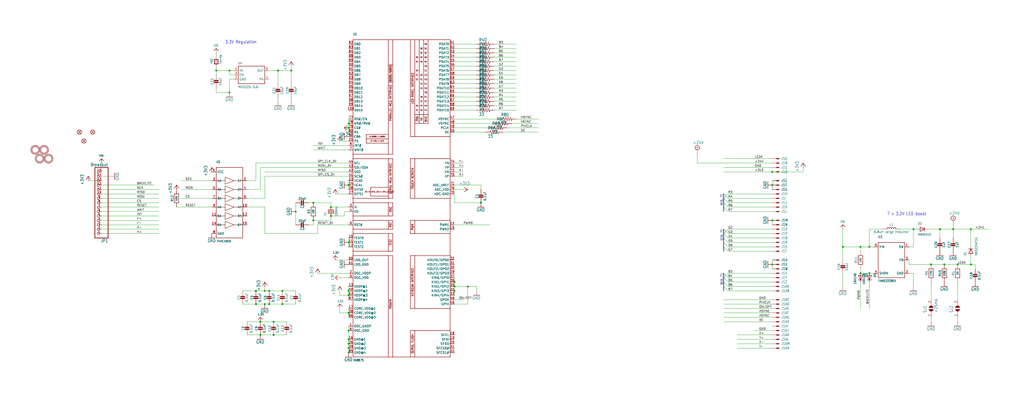
<source format=kicad_sch>
(kicad_sch (version 20211123) (generator eeschema)
  (paper "User" 589.407 228.346)
  (lib_symbols
    (symbol "Adafruit RA8875 TFT Breakout-eagle-import:+24V" (power)
      (property "Value" "+24V" (at -2.54 3.175 0))
      (symbol "+24V_1_0"
        (pin power_in line (at 0 -2.54 90) (length 2.54) (name "+24V") (number "1"))
      )
    )
    (symbol "Adafruit RA8875 TFT Breakout-eagle-import:+3V3" (power)
      (property "Value" "+3V3" (at -2.54 -5.08 90))
      (symbol "+3V3_1_0"
        (pin power_in line (at 0 -2.54 90) (length 2.54) (name "+3V3") (number "1"))
      )
    )
    (symbol "Adafruit RA8875 TFT Breakout-eagle-import:1.5V" (power)
      (property "Value" "1.5V" (at -1.524 1.016 0))
      (symbol "1.5V_1_0"
        (pin power_in line (at 0 -2.54 90) (length 2.54) (name "1.5V") (number "1"))
      )
    )
    (symbol "Adafruit RA8875 TFT Breakout-eagle-import:40PINFPC4-1734839-0"
      (property "Reference" "J" (at 2.54 -0.762 0))
      (symbol "40PINFPC4-1734839-0_1_0"
        (pin passive line (at -2.54 0 0) (length 2.54) (name "MSV") (number "1"))
      )
      (symbol "40PINFPC4-1734839-0_2_0"
        (pin passive line (at -2.54 0 0) (length 2.54) (name "MS") (number "2"))
      )
      (symbol "40PINFPC4-1734839-0_3_0"
        (pin passive line (at -2.54 0 0) (length 2.54) (name "MS") (number "3"))
      )
      (symbol "40PINFPC4-1734839-0_4_0"
        (pin passive line (at -2.54 0 0) (length 2.54) (name "MS") (number "4"))
      )
      (symbol "40PINFPC4-1734839-0_5_0"
        (pin passive line (at -2.54 0 0) (length 2.54) (name "MS") (number "5"))
      )
      (symbol "40PINFPC4-1734839-0_6_0"
        (pin passive line (at -2.54 0 0) (length 2.54) (name "MS") (number "6"))
      )
      (symbol "40PINFPC4-1734839-0_7_0"
        (pin passive line (at -2.54 0 0) (length 2.54) (name "MS") (number "7"))
      )
      (symbol "40PINFPC4-1734839-0_8_0"
        (pin passive line (at -2.54 0 0) (length 2.54) (name "MS") (number "8"))
      )
      (symbol "40PINFPC4-1734839-0_9_0"
        (pin passive line (at -2.54 0 0) (length 2.54) (name "MS") (number "9"))
      )
      (symbol "40PINFPC4-1734839-0_10_0"
        (pin passive line (at -2.54 0 0) (length 2.54) (name "MS") (number "10"))
      )
      (symbol "40PINFPC4-1734839-0_11_0"
        (pin passive line (at -2.54 0 0) (length 2.54) (name "MS") (number "11"))
      )
      (symbol "40PINFPC4-1734839-0_12_0"
        (pin passive line (at -2.54 0 0) (length 2.54) (name "MS") (number "12"))
      )
      (symbol "40PINFPC4-1734839-0_13_0"
        (pin passive line (at -2.54 0 0) (length 2.54) (name "MS") (number "13"))
      )
      (symbol "40PINFPC4-1734839-0_14_0"
        (pin passive line (at -2.54 0 0) (length 2.54) (name "MS") (number "14"))
      )
      (symbol "40PINFPC4-1734839-0_15_0"
        (pin passive line (at -2.54 0 0) (length 2.54) (name "MS") (number "15"))
      )
      (symbol "40PINFPC4-1734839-0_16_0"
        (pin passive line (at -2.54 0 0) (length 2.54) (name "MS") (number "16"))
      )
      (symbol "40PINFPC4-1734839-0_17_0"
        (pin passive line (at -2.54 0 0) (length 2.54) (name "MS") (number "17"))
      )
      (symbol "40PINFPC4-1734839-0_18_0"
        (pin passive line (at -2.54 0 0) (length 2.54) (name "MS") (number "18"))
      )
      (symbol "40PINFPC4-1734839-0_19_0"
        (pin passive line (at -2.54 0 0) (length 2.54) (name "MS") (number "19"))
      )
      (symbol "40PINFPC4-1734839-0_20_0"
        (pin passive line (at -2.54 0 0) (length 2.54) (name "MS") (number "20"))
      )
      (symbol "40PINFPC4-1734839-0_21_0"
        (pin passive line (at -2.54 0 0) (length 2.54) (name "MS") (number "21"))
      )
      (symbol "40PINFPC4-1734839-0_22_0"
        (pin passive line (at -2.54 0 0) (length 2.54) (name "MS") (number "22"))
      )
      (symbol "40PINFPC4-1734839-0_23_0"
        (pin passive line (at -2.54 0 0) (length 2.54) (name "MS") (number "23"))
      )
      (symbol "40PINFPC4-1734839-0_24_0"
        (pin passive line (at -2.54 0 0) (length 2.54) (name "MS") (number "24"))
      )
      (symbol "40PINFPC4-1734839-0_25_0"
        (pin passive line (at -2.54 0 0) (length 2.54) (name "MS") (number "25"))
      )
      (symbol "40PINFPC4-1734839-0_26_0"
        (pin passive line (at -2.54 0 0) (length 2.54) (name "MS") (number "26"))
      )
      (symbol "40PINFPC4-1734839-0_27_0"
        (pin passive line (at -2.54 0 0) (length 2.54) (name "MS") (number "27"))
      )
      (symbol "40PINFPC4-1734839-0_28_0"
        (pin passive line (at -2.54 0 0) (length 2.54) (name "MS") (number "28"))
      )
      (symbol "40PINFPC4-1734839-0_29_0"
        (pin passive line (at -2.54 0 0) (length 2.54) (name "MS") (number "29"))
      )
      (symbol "40PINFPC4-1734839-0_30_0"
        (pin passive line (at -2.54 0 0) (length 2.54) (name "MS") (number "30"))
      )
      (symbol "40PINFPC4-1734839-0_31_0"
        (pin passive line (at -2.54 0 0) (length 2.54) (name "MS") (number "31"))
      )
      (symbol "40PINFPC4-1734839-0_32_0"
        (pin passive line (at -2.54 0 0) (length 2.54) (name "MS") (number "32"))
      )
      (symbol "40PINFPC4-1734839-0_33_0"
        (pin passive line (at -2.54 0 0) (length 2.54) (name "MS") (number "33"))
      )
      (symbol "40PINFPC4-1734839-0_34_0"
        (pin passive line (at -2.54 0 0) (length 2.54) (name "MS") (number "34"))
      )
      (symbol "40PINFPC4-1734839-0_35_0"
        (pin passive line (at -2.54 0 0) (length 2.54) (name "MS") (number "35"))
      )
      (symbol "40PINFPC4-1734839-0_36_0"
        (pin passive line (at -2.54 0 0) (length 2.54) (name "MS") (number "36"))
      )
      (symbol "40PINFPC4-1734839-0_37_0"
        (pin passive line (at -2.54 0 0) (length 2.54) (name "MS") (number "37"))
      )
      (symbol "40PINFPC4-1734839-0_38_0"
        (pin passive line (at -2.54 0 0) (length 2.54) (name "MS") (number "38"))
      )
      (symbol "40PINFPC4-1734839-0_39_0"
        (pin passive line (at -2.54 0 0) (length 2.54) (name "MS") (number "39"))
      )
      (symbol "40PINFPC4-1734839-0_40_0"
        (pin passive line (at -2.54 0 0) (length 2.54) (name "MS") (number "40"))
      )
    )
    (symbol "Adafruit RA8875 TFT Breakout-eagle-import:74HC4050D"
      (property "Reference" "U" (at -7.62 22.86 0))
      (property "Value" "74HC4050D" (at -7.62 -22.86 0))
      (symbol "74HC4050D_1_0"
        (pin bidirectional line (at -10.16 17.78 0) (length 2.54) (name "VCC") (number "1"))
        (pin bidirectional line (at 10.16 -2.54 180) (length 2.54) (name "4Y") (number "10"))
        (pin bidirectional line (at -10.16 -7.62 0) (length 2.54) (name "5A") (number "11"))
        (pin bidirectional line (at 10.16 -7.62 180) (length 2.54) (name "5Y") (number "12"))
        (pin bidirectional line (at -10.16 -12.7 0) (length 2.54) (name "6A") (number "14"))
        (pin bidirectional line (at 10.16 -12.7 180) (length 2.54) (name "6Y") (number "15"))
        (pin bidirectional line (at 10.16 12.7 180) (length 2.54) (name "1Y") (number "2"))
        (pin bidirectional line (at -10.16 12.7 0) (length 2.54) (name "1A") (number "3"))
        (pin bidirectional line (at 10.16 7.62 180) (length 2.54) (name "2Y") (number "4"))
        (pin bidirectional line (at -10.16 7.62 0) (length 2.54) (name "2A") (number "5"))
        (pin bidirectional line (at 10.16 2.54 180) (length 2.54) (name "3Y") (number "6"))
        (pin bidirectional line (at -10.16 2.54 0) (length 2.54) (name "3A") (number "7"))
        (pin bidirectional line (at -10.16 -17.78 0) (length 2.54) (name "GND") (number "8"))
        (pin bidirectional line (at -10.16 -2.54 0) (length 2.54) (name "4A") (number "9"))
      )
    )
    (symbol "Adafruit RA8875 TFT Breakout-eagle-import:CAP_CERAMIC0805-NOOUTLINE"
      (property "Reference" "C" (at -2.29 1.25 90))
      (property "Value" "CAP_CERAMIC0805-NOOUTLINE" (at 2.3 1.25 90))
      (symbol "CAP_CERAMIC0805-NOOUTLINE_1_0"
        (pin passive line (at 0 5.08 270) (length 2.54) (name "1") (number "1"))
        (pin passive line (at 0 -2.54 90) (length 2.54) (name "2") (number "2"))
      )
    )
    (symbol "Adafruit RA8875 TFT Breakout-eagle-import:CAP_CERAMIC_0805MP"
      (property "Reference" "C" (at -2.29 1.25 90))
      (property "Value" "CAP_CERAMIC_0805MP" (at 2.3 1.25 90))
      (symbol "CAP_CERAMIC_0805MP_1_0"
        (pin passive line (at 0 5.08 270) (length 2.54) (name "1") (number "1"))
        (pin passive line (at 0 -2.54 90) (length 2.54) (name "2") (number "2"))
      )
    )
    (symbol "Adafruit RA8875 TFT Breakout-eagle-import:CRYSTAL3.2X2.5"
      (property "Reference" "Y" (at -2.54 2.54 0))
      (property "Value" "CRYSTAL3.2X2.5" (at -2.54 -3.81 0))
      (symbol "CRYSTAL3.2X2.5_1_0"
        (pin passive line (at -2.54 0 0) (length 0) (name "1") (number "1"))
        (pin passive line (at 2.54 0 180) (length 0) (name "2") (number "2"))
      )
    )
    (symbol "Adafruit RA8875 TFT Breakout-eagle-import:DIODESMA"
      (property "Reference" "D" (at -2.54 2.54 0))
      (property "Value" "DIODESMA" (at -2.54 -3.81 0))
      (symbol "DIODESMA_1_0"
        (pin passive line (at -2.54 0 0) (length 2.54) (name "A") (number "A"))
        (pin passive line (at 2.54 0 180) (length 2.54) (name "C") (number "C"))
      )
    )
    (symbol "Adafruit RA8875 TFT Breakout-eagle-import:DIODESOD-123"
      (property "Reference" "D" (at -2.54 2.54 0))
      (property "Value" "DIODESOD-123" (at -2.54 -3.81 0))
      (symbol "DIODESOD-123_1_0"
        (pin passive line (at -2.54 0 0) (length 2.54) (name "A") (number "A"))
        (pin passive line (at 2.54 0 180) (length 2.54) (name "C") (number "C"))
      )
    )
    (symbol "Adafruit RA8875 TFT Breakout-eagle-import:DIODESOD-323F"
      (property "Reference" "D" (at -2.54 2.54 0))
      (property "Value" "DIODESOD-323F" (at -2.54 -3.81 0))
      (symbol "DIODESOD-323F_1_0"
        (pin passive line (at -2.54 0 0) (length 2.54) (name "A") (number "A"))
        (pin passive line (at 2.54 0 180) (length 2.54) (name "C") (number "C"))
      )
    )
    (symbol "Adafruit RA8875 TFT Breakout-eagle-import:FAN5331"
      (property "Reference" "U" (at -7.62 12.7 0))
      (property "Value" "FAN5331" (at -7.62 -12.7 0))
      (symbol "FAN5331_1_0"
        (pin bidirectional line (at 10.16 7.62 180) (length 2.54) (name "SW") (number "1"))
        (pin bidirectional line (at 10.16 -7.62 180) (length 2.54) (name "GND") (number "2"))
        (pin bidirectional line (at 10.16 0 180) (length 2.54) (name "FB") (number "3"))
        (pin bidirectional line (at -10.16 -7.62 0) (length 2.54) (name "SHDN") (number "4"))
        (pin bidirectional line (at -10.16 7.62 0) (length 2.54) (name "VIN") (number "5"))
      )
    )
    (symbol "Adafruit RA8875 TFT Breakout-eagle-import:FERRITE_0805MP"
      (property "Reference" "FB" (at -1.27 1.905 0))
      (property "Value" "FERRITE_0805MP" (at -1.27 -3.175 0))
      (symbol "FERRITE_0805MP_1_0"
        (pin passive line (at -2.54 0 0) (length 2.54) (name "P$1") (number "1"))
        (pin passive line (at 2.54 0 180) (length 2.54) (name "P$2") (number "2"))
      )
    )
    (symbol "Adafruit RA8875 TFT Breakout-eagle-import:FIDUCIAL{dblquote}{dblquote}")
    (symbol "Adafruit RA8875 TFT Breakout-eagle-import:GND" (power)
      (property "Value" "GND" (at -2.54 -2.54 0))
      (symbol "GND_1_0"
        (pin power_in line (at 0 2.54 270) (length 2.54) (name "GND") (number "1"))
      )
    )
    (symbol "Adafruit RA8875 TFT Breakout-eagle-import:INDUCTORNR5040"
      (property "Reference" "L" (at 0 2.54 0))
      (property "Value" "INDUCTORNR5040" (at 0 -1.54 0))
      (symbol "INDUCTORNR5040_1_0"
        (pin passive line (at -5.08 0 0) (length 2.54) (name "1") (number "P$1"))
        (pin passive line (at 5.08 0 180) (length 2.54) (name "2") (number "P$2"))
      )
    )
    (symbol "Adafruit RA8875 TFT Breakout-eagle-import:MOUNTINGHOLE2.5")
    (symbol "Adafruit RA8875 TFT Breakout-eagle-import:PINHD-1X15-CB"
      (property "Reference" "JP" (at -6.35 20.955 0))
      (property "Value" "PINHD-1X15-CB" (at -6.35 -22.86 0))
      (symbol "PINHD-1X15-CB_1_0"
        (pin passive inverted (at -2.54 17.78 0) (length 2.54) (name "1") (number "1"))
        (pin passive inverted (at -2.54 -5.08 0) (length 2.54) (name "10") (number "10"))
        (pin passive inverted (at -2.54 -7.62 0) (length 2.54) (name "11") (number "11"))
        (pin passive inverted (at -2.54 -10.16 0) (length 2.54) (name "12") (number "12"))
        (pin passive inverted (at -2.54 -12.7 0) (length 2.54) (name "13") (number "13"))
        (pin passive inverted (at -2.54 -15.24 0) (length 2.54) (name "14") (number "14"))
        (pin passive inverted (at -2.54 -17.78 0) (length 2.54) (name "15") (number "15"))
        (pin passive inverted (at -2.54 15.24 0) (length 2.54) (name "2") (number "2"))
        (pin passive inverted (at -2.54 12.7 0) (length 2.54) (name "3") (number "3"))
        (pin passive inverted (at -2.54 10.16 0) (length 2.54) (name "4") (number "4"))
        (pin passive inverted (at -2.54 7.62 0) (length 2.54) (name "5") (number "5"))
        (pin passive inverted (at -2.54 5.08 0) (length 2.54) (name "6") (number "6"))
        (pin passive inverted (at -2.54 2.54 0) (length 2.54) (name "7") (number "7"))
        (pin passive inverted (at -2.54 0 0) (length 2.54) (name "8") (number "8"))
        (pin passive inverted (at -2.54 -2.54 0) (length 2.54) (name "9") (number "9"))
      )
    )
    (symbol "Adafruit RA8875 TFT Breakout-eagle-import:RA8875"
      (property "Reference" "U" (at -27.94 91.44 0))
      (property "Value" "RA8875" (at -27.94 -96.52 0))
      (symbol "RA8875_1_0"
        (text "01=3-Wire_10=4-Wire_11=I2C" (at -12.7 1.27 0) (effects (font (size 0.8128 0.6908))))
        (text "0=8080/1=6800" (at -13.97 33.02 0) (effects (font (size 0.8128 0.6908))))
        (text "0=PAR/1=SER" (at -13.97 30.48 0) (effects (font (size 0.8128 0.6908))))
        (text "256" (at 8.89 43.18 900) (effects (font (size 1.27 1.0795) (thickness 0.2159) bold)))
        (text "4K" (at 11.43 43.18 900) (effects (font (size 1.27 1.0795) (thickness 0.2159) bold)))
        (text "64K" (at 13.97 43.18 900) (effects (font (size 1.27 1.0795) (thickness 0.2159) bold)))
        (text "B0" (at 8.89 78.74 0) (effects (font (size 0.8128 0.6908))))
        (text "B0" (at 11.43 83.82 0) (effects (font (size 0.8128 0.6908))))
        (text "B0" (at 13.97 86.36 0) (effects (font (size 0.8128 0.6908))))
        (text "B1" (at 8.89 76.2 0) (effects (font (size 0.8128 0.6908))))
        (text "B1" (at 11.43 81.28 0) (effects (font (size 0.8128 0.6908))))
        (text "B1" (at 13.97 83.82 0) (effects (font (size 0.8128 0.6908))))
        (text "B2" (at 11.43 78.74 0) (effects (font (size 0.8128 0.6908))))
        (text "B2" (at 13.97 81.28 0) (effects (font (size 0.8128 0.6908))))
        (text "B3" (at 11.43 76.2 0) (effects (font (size 0.8128 0.6908))))
        (text "B3" (at 13.97 78.74 0) (effects (font (size 0.8128 0.6908))))
        (text "B4" (at 13.97 76.2 0) (effects (font (size 0.8128 0.6908))))
        (text "G0" (at 8.89 71.12 0) (effects (font (size 0.8128 0.6908))))
        (text "G0" (at 11.43 68.58 0) (effects (font (size 0.8128 0.6908))))
        (text "G0" (at 13.97 73.66 0) (effects (font (size 0.8128 0.6908))))
        (text "G1" (at 8.89 68.58 0) (effects (font (size 0.8128 0.6908))))
        (text "G1" (at 11.43 66.04 0) (effects (font (size 0.8128 0.6908))))
        (text "G1" (at 13.97 71.12 0) (effects (font (size 0.8128 0.6908))))
        (text "G2" (at 8.89 66.04 0) (effects (font (size 0.8128 0.6908))))
        (text "G2" (at 11.43 63.5 0) (effects (font (size 0.8128 0.6908))))
        (text "G2" (at 13.97 68.58 0) (effects (font (size 0.8128 0.6908))))
        (text "G3" (at 11.43 60.96 0) (effects (font (size 0.8128 0.6908))))
        (text "G3" (at 13.97 66.04 0) (effects (font (size 0.8128 0.6908))))
        (text "G4" (at 13.97 63.5 0) (effects (font (size 0.8128 0.6908))))
        (text "G5" (at 13.97 60.96 0) (effects (font (size 0.8128 0.6908))))
        (text "KEYSCAN INTERFACE" (at 6.35 -50.8 900) (effects (font (size 1.27 1.0795) (thickness 0.2159) bold)))
        (text "LCD PANEL INTERFACE" (at 6.35 60.96 900) (effects (font (size 1.27 1.0795) (thickness 0.2159) bold)))
        (text "OSC" (at -6.35 -8.89 900) (effects (font (size 1.27 1.0795) (thickness 0.2159) bold)))
        (text "PARALLEL MCU INTERFACE (8080/6800)" (at -6.35 58.42 900) (effects (font (size 1.27 1.0795) (thickness 0.2159) bold)))
        (text "POWER" (at -6.35 -63.5 900) (effects (font (size 1.27 1.0795) (thickness 0.2159) bold)))
        (text "PWM" (at 6.35 -19.05 900) (effects (font (size 1.27 1.0795) (thickness 0.2159) bold)))
        (text "R0" (at 8.89 50.8 0) (effects (font (size 0.8128 0.6908))))
        (text "R0" (at 11.43 55.88 0) (effects (font (size 0.8128 0.6908))))
        (text "R0" (at 13.97 58.42 0) (effects (font (size 0.8128 0.6908))))
        (text "R1" (at 8.89 48.26 0) (effects (font (size 0.8128 0.6908))))
        (text "R1" (at 11.43 53.34 0) (effects (font (size 0.8128 0.6908))))
        (text "R1" (at 13.97 55.88 0) (effects (font (size 0.8128 0.6908))))
        (text "R2" (at 11.43 50.8 0) (effects (font (size 0.8128 0.6908))))
        (text "R2" (at 13.97 53.34 0) (effects (font (size 0.8128 0.6908))))
        (text "R3" (at 11.43 48.26 0) (effects (font (size 0.8128 0.6908))))
        (text "R3" (at 13.97 50.8 0) (effects (font (size 0.8128 0.6908))))
        (text "R4" (at 13.97 48.26 0) (effects (font (size 0.8128 0.6908))))
        (text "RST" (at -6.35 -17.78 900) (effects (font (size 1.27 1.0795) (thickness 0.2159) bold)))
        (text "SERIAL FLASH" (at 6.35 -86.36 900) (effects (font (size 1.27 1.0795) (thickness 0.2159) bold)))
        (text "SERIAL MCU INTRFACE" (at -6.35 8.89 900) (effects (font (size 1.27 1.0795) (thickness 0.2159) bold)))
        (text "TEST" (at -6.35 -27.94 900) (effects (font (size 1.27 1.0795) (thickness 0.2159) bold)))
        (text "TOUCH SCREEN" (at 6.35 8.89 900) (effects (font (size 1.27 1.0795) (thickness 0.2159) bold)))
        (pin power_in line (at -30.48 -76.2 0) (length 2.54) (name "OSC_GNDP") (number "1"))
        (pin input line (at -30.48 -25.4 0) (length 2.54) (name "TEST0") (number "10"))
        (pin bidirectional line (at -30.48 48.26 0) (length 2.54) (name "DB15") (number "100"))
        (pin input line (at -30.48 -27.94 0) (length 2.54) (name "TEST1") (number "11"))
        (pin input line (at -30.48 -30.48 0) (length 2.54) (name "TEST2") (number "12"))
        (pin power_in line (at -30.48 -53.34 0) (length 2.54) (name "VDDP@1") (number "13"))
        (pin output line (at 30.48 -17.78 180) (length 2.54) (name "PWM1") (number "14"))
        (pin output line (at 30.48 -20.32 180) (length 2.54) (name "PWM2") (number "15"))
        (pin power_in line (at -30.48 -83.82 0) (length 2.54) (name "GND@1") (number "16"))
        (pin power_in line (at -30.48 -66.04 0) (length 2.54) (name "CORE_VDD@1") (number "17"))
        (pin output line (at 30.48 -81.28 180) (length 2.54) (name "SFCL") (number "18"))
        (pin bidirectional line (at 30.48 -83.82 180) (length 2.54) (name "SFDI") (number "19"))
        (pin power_in line (at -30.48 -45.72 0) (length 2.54) (name "OSC_VDDP") (number "2"))
        (pin bidirectional line (at 30.48 -86.36 180) (length 2.54) (name "SFDO") (number "20"))
        (pin output line (at 30.48 -88.9 180) (length 2.54) (name "SFCS0#") (number "21"))
        (pin output line (at 30.48 -91.44 180) (length 2.54) (name "SFCS1#") (number "22"))
        (pin input line (at -30.48 7.62 0) (length 2.54) (name "IICA0") (number "23"))
        (pin input line (at -30.48 5.08 0) (length 2.54) (name "IICA1") (number "24"))
        (pin input line (at -30.48 30.48 0) (length 2.54) (name "PS") (number "25"))
        (pin power_in line (at -30.48 -86.36 0) (length 2.54) (name "GND@2") (number "26"))
        (pin input line (at -30.48 0 0) (length 2.54) (name "SIFS1") (number "27"))
        (pin input line (at -30.48 2.54 0) (length 2.54) (name "SIFS0") (number "28"))
        (pin output line (at 30.48 -45.72 180) (length 2.54) (name "KOUT3/GPO3") (number "29"))
        (pin input line (at -30.48 -7.62 0) (length 2.54) (name "XI") (number "3"))
        (pin output line (at 30.48 -43.18 180) (length 2.54) (name "KOUT2/GPO2") (number "30"))
        (pin output line (at 30.48 -40.64 180) (length 2.54) (name "KOUT1/GPO1") (number "31"))
        (pin output line (at 30.48 -38.1 180) (length 2.54) (name "KOUT0/GPO0") (number "32"))
        (pin input line (at 30.48 -58.42 180) (length 2.54) (name "KIN4/GPI4") (number "33"))
        (pin input line (at 30.48 -55.88 180) (length 2.54) (name "KIN3/GPI3") (number "34"))
        (pin input line (at 30.48 -53.34 180) (length 2.54) (name "KIN2/GPI2") (number "35"))
        (pin input line (at 30.48 -50.8 180) (length 2.54) (name "KIN1/GPI1") (number "36"))
        (pin input line (at 30.48 -48.26 180) (length 2.54) (name "KIN0/GPI0") (number "37"))
        (pin power_in line (at -30.48 -68.58 0) (length 2.54) (name "CORE_VDD@2") (number "38"))
        (pin power_in line (at -30.48 -88.9 0) (length 2.54) (name "GND@3") (number "39"))
        (pin output line (at -30.48 -10.16 0) (length 2.54) (name "XO") (number "4"))
        (pin power_in line (at -30.48 -55.88 0) (length 2.54) (name "VDDP@2") (number "40"))
        (pin output line (at -30.48 10.16 0) (length 2.54) (name "SCS#") (number "41"))
        (pin output line (at -30.48 12.7 0) (length 2.54) (name "SDO") (number "42"))
        (pin bidirectional line (at -30.48 15.24 0) (length 2.54) (name "SDI/SDA") (number "43"))
        (pin output line (at -30.48 17.78 0) (length 2.54) (name "SCL") (number "44"))
        (pin input line (at 30.48 -63.5 180) (length 2.54) (name "GPIX") (number "45"))
        (pin output line (at 30.48 -60.96 180) (length 2.54) (name "GPOX") (number "46"))
        (pin output line (at 30.48 43.18 180) (length 2.54) (name "HSYNC") (number "47"))
        (pin output line (at 30.48 40.64 180) (length 2.54) (name "VSYNC") (number "48"))
        (pin output line (at 30.48 38.1 180) (length 2.54) (name "PCLK") (number "49"))
        (pin power_in line (at -30.48 -48.26 0) (length 2.54) (name "OSC_VDD") (number "5"))
        (pin output line (at 30.48 35.56 180) (length 2.54) (name "DE") (number "50"))
        (pin output line (at 30.48 86.36 180) (length 2.54) (name "PDAT0") (number "51"))
        (pin output line (at 30.48 83.82 180) (length 2.54) (name "PDAT1") (number "52"))
        (pin output line (at 30.48 81.28 180) (length 2.54) (name "PDAT2") (number "53"))
        (pin output line (at 30.48 78.74 180) (length 2.54) (name "PDAT3") (number "54"))
        (pin output line (at 30.48 76.2 180) (length 2.54) (name "PDAT4") (number "55"))
        (pin output line (at 30.48 73.66 180) (length 2.54) (name "PDAT5") (number "56"))
        (pin output line (at 30.48 71.12 180) (length 2.54) (name "PDAT6") (number "57"))
        (pin output line (at 30.48 68.58 180) (length 2.54) (name "PDAT7") (number "58"))
        (pin output line (at 30.48 66.04 180) (length 2.54) (name "PDAT8") (number "59"))
        (pin power_in line (at -30.48 -78.74 0) (length 2.54) (name "OSC_GND") (number "6"))
        (pin power_in line (at -30.48 -38.1 0) (length 2.54) (name "LDO_OUT") (number "60"))
        (pin power_in line (at -30.48 -40.64 0) (length 2.54) (name "LDO_GND") (number "61"))
        (pin power_in line (at -30.48 -58.42 0) (length 2.54) (name "VDDP@3") (number "62"))
        (pin output line (at 30.48 63.5 180) (length 2.54) (name "PDAT9") (number "63"))
        (pin output line (at 30.48 60.96 180) (length 2.54) (name "PDAT10") (number "64"))
        (pin output line (at 30.48 58.42 180) (length 2.54) (name "PDAT11") (number "65"))
        (pin output line (at 30.48 55.88 180) (length 2.54) (name "PDAT12") (number "66"))
        (pin output line (at 30.48 53.34 180) (length 2.54) (name "PDAT13") (number "67"))
        (pin output line (at 30.48 50.8 180) (length 2.54) (name "PDAT14") (number "68"))
        (pin output line (at 30.48 48.26 180) (length 2.54) (name "PDAT15") (number "69"))
        (pin output line (at -30.48 25.4 0) (length 2.54) (name "WAIT#") (number "7"))
        (pin power_in line (at 30.48 0 180) (length 2.54) (name "ADC_GND") (number "70"))
        (pin input line (at 30.48 5.08 180) (length 2.54) (name "ADC_VREF") (number "71"))
        (pin bidirectional line (at 30.48 12.7 180) (length 2.54) (name "XN") (number "72"))
        (pin bidirectional line (at 30.48 15.24 180) (length 2.54) (name "YP") (number "73"))
        (pin bidirectional line (at 30.48 17.78 180) (length 2.54) (name "YN") (number "74"))
        (pin bidirectional line (at 30.48 10.16 180) (length 2.54) (name "XP") (number "75"))
        (pin power_in line (at 30.48 2.54 180) (length 2.54) (name "ADC_VDD") (number "76"))
        (pin input line (at -30.48 43.18 0) (length 2.54) (name "RD#/EN") (number "77"))
        (pin input line (at -30.48 40.64 0) (length 2.54) (name "WR#/RW#") (number "78"))
        (pin input line (at -30.48 38.1 0) (length 2.54) (name "CS#") (number "79"))
        (pin output line (at -30.48 27.94 0) (length 2.54) (name "INT#") (number "8"))
        (pin input line (at -30.48 35.56 0) (length 2.54) (name "RS") (number "80"))
        (pin input line (at -30.48 33.02 0) (length 2.54) (name "C86") (number "81"))
        (pin bidirectional line (at -30.48 86.36 0) (length 2.54) (name "DB0") (number "82"))
        (pin bidirectional line (at -30.48 83.82 0) (length 2.54) (name "DB1") (number "83"))
        (pin bidirectional line (at -30.48 81.28 0) (length 2.54) (name "DB2") (number "84"))
        (pin power_in line (at -30.48 -91.44 0) (length 2.54) (name "GND@4") (number "85"))
        (pin power_in line (at -30.48 -71.12 0) (length 2.54) (name "CORE_VDD@3") (number "86"))
        (pin power_in line (at -30.48 -60.96 0) (length 2.54) (name "VDDP@4") (number "87"))
        (pin bidirectional line (at -30.48 78.74 0) (length 2.54) (name "DB3") (number "88"))
        (pin bidirectional line (at -30.48 76.2 0) (length 2.54) (name "DB4") (number "89"))
        (pin input line (at -30.48 -17.78 0) (length 2.54) (name "RST#") (number "9"))
        (pin bidirectional line (at -30.48 73.66 0) (length 2.54) (name "DB5") (number "90"))
        (pin bidirectional line (at -30.48 71.12 0) (length 2.54) (name "DB6") (number "91"))
        (pin bidirectional line (at -30.48 68.58 0) (length 2.54) (name "DB7") (number "92"))
        (pin bidirectional line (at -30.48 66.04 0) (length 2.54) (name "DB8") (number "93"))
        (pin bidirectional line (at -30.48 63.5 0) (length 2.54) (name "DB9") (number "94"))
        (pin bidirectional line (at -30.48 60.96 0) (length 2.54) (name "DB10") (number "95"))
        (pin bidirectional line (at -30.48 58.42 0) (length 2.54) (name "DB11") (number "96"))
        (pin bidirectional line (at -30.48 55.88 0) (length 2.54) (name "DB12") (number "97"))
        (pin bidirectional line (at -30.48 53.34 0) (length 2.54) (name "DB13") (number "98"))
        (pin bidirectional line (at -30.48 50.8 0) (length 2.54) (name "DB14") (number "99"))
      )
    )
    (symbol "Adafruit RA8875 TFT Breakout-eagle-import:RESISTOR0805_NOOUTLINE"
      (property "Reference" "R" (at 0 2.54 0))
      (property "Value" "RESISTOR0805_NOOUTLINE" (at 0 0 0))
      (symbol "RESISTOR0805_NOOUTLINE_1_0"
        (pin passive line (at -5.08 0 0) (length 2.54) (name "1") (number "1"))
        (pin passive line (at 5.08 0 180) (length 2.54) (name "2") (number "2"))
      )
    )
    (symbol "Adafruit RA8875 TFT Breakout-eagle-import:RESISTOR_0805MP"
      (property "Reference" "R" (at 0 2.54 0))
      (property "Value" "RESISTOR_0805MP" (at 0 0 0))
      (symbol "RESISTOR_0805MP_1_0"
        (pin passive line (at -5.08 0 0) (length 2.54) (name "1") (number "1"))
        (pin passive line (at 5.08 0 180) (length 2.54) (name "2") (number "2"))
      )
    )
    (symbol "Adafruit RA8875 TFT Breakout-eagle-import:RESISTOR_4PACK_US"
      (property "Reference" "R" (at -3.81 1.4986 0))
      (property "Value" "RESISTOR_4PACK_US" (at -3.81 -3.302 0))
      (symbol "RESISTOR_4PACK_US_1_0"
        (pin passive line (at -5.08 0 0) (length 2.54) (name "1") (number "1"))
        (pin passive line (at 5.08 0 180) (length 2.54) (name "2") (number "8"))
      )
      (symbol "RESISTOR_4PACK_US_2_0"
        (pin passive line (at -5.08 0 0) (length 2.54) (name "1") (number "2"))
        (pin passive line (at 5.08 0 180) (length 2.54) (name "2") (number "7"))
      )
      (symbol "RESISTOR_4PACK_US_3_0"
        (pin passive line (at -5.08 0 0) (length 2.54) (name "1") (number "3"))
        (pin passive line (at 5.08 0 180) (length 2.54) (name "2") (number "6"))
      )
      (symbol "RESISTOR_4PACK_US_4_0"
        (pin passive line (at -5.08 0 0) (length 2.54) (name "1") (number "4"))
        (pin passive line (at 5.08 0 180) (length 2.54) (name "2") (number "5"))
      )
    )
    (symbol "Adafruit RA8875 TFT Breakout-eagle-import:SOLDERJUMPER"
      (property "Reference" "SJ" (at -2.54 2.54 0))
      (property "Value" "SOLDERJUMPER" (at -2.54 -3.81 0))
      (symbol "SOLDERJUMPER_1_0"
        (pin passive line (at -5.08 0 0) (length 2.54) (name "1") (number "1"))
        (pin passive line (at 5.08 0 180) (length 2.54) (name "2") (number "2"))
      )
    )
    (symbol "Adafruit RA8875 TFT Breakout-eagle-import:VIN" (power)
      (property "Value" "VIN" (at -1.524 1.016 0))
      (symbol "VIN_1_0"
        (pin power_in line (at 0 -2.54 90) (length 2.54) (name "VIN") (number "1"))
      )
    )
    (symbol "Adafruit RA8875 TFT Breakout-eagle-import:VREG_SOT23-5"
      (property "Reference" "U" (at -7.62 6.096 0))
      (property "Value" "VREG_SOT23-5" (at -7.62 -7.62 0))
      (symbol "VREG_SOT23-5_1_0"
        (pin power_in line (at -10.16 2.54 0) (length 2.54) (name "IN") (number "1"))
        (pin power_in line (at -10.16 -2.54 0) (length 2.54) (name "GND") (number "2"))
        (pin input line (at -10.16 0 0) (length 2.54) (name "EN") (number "3"))
        (pin bidirectional line (at 10.16 -2.54 180) (length 2.54) (name "P4") (number "4"))
        (pin power_in line (at 10.16 2.54 180) (length 2.54) (name "OUT") (number "5"))
      )
    )
  )
  (junction (at 200.66 198.12))
  (junction (at 541.02 132.08))
  (junction (at 200.66 139.7))
  (junction (at 170.18 121.92))
  (junction (at 124.46 40.64))
  (junction (at 200.66 167.64))
  (junction (at 551.18 152.4))
  (junction (at 154.94 167.64))
  (junction (at 500.38 142.24))
  (junction (at 200.66 106.68))
  (junction (at 485.14 142.24))
  (junction (at 200.66 73.66))
  (junction (at 558.8 132.08))
  (junction (at 444.5 152.4))
  (junction (at 190.5 124.46))
  (junction (at 132.08 40.64))
  (junction (at 152.4 175.26))
  (junction (at 269.24 165.1))
  (junction (at 200.66 170.18))
  (junction (at 261.62 162.56))
  (junction (at 200.66 203.2))
  (junction (at 548.64 132.08))
  (junction (at 167.64 40.64))
  (junction (at 132.08 53.34))
  (junction (at 495.3 142.24))
  (junction (at 495.3 157.48))
  (junction (at 444.5 127))
  (junction (at 261.62 167.64))
  (junction (at 157.48 193.04))
  (junction (at 147.32 175.26))
  (junction (at 149.86 185.42))
  (junction (at 162.56 175.26))
  (junction (at 147.32 167.64))
  (junction (at 444.5 99.06))
  (junction (at 200.66 190.5))
  (junction (at 180.34 116.84))
  (junction (at 200.66 71.12))
  (junction (at 190.5 119.38))
  (junction (at 157.48 185.42))
  (junction (at 162.56 167.64))
  (junction (at 200.66 195.58))
  (junction (at 154.94 175.26))
  (junction (at 180.34 127))
  (junction (at 543.56 152.4))
  (junction (at 535.94 152.4))
  (junction (at 261.62 165.1))
  (junction (at 200.66 200.66))
  (junction (at 500.38 157.48))
  (junction (at 444.5 106.68))
  (junction (at 558.8 152.4))
  (junction (at 525.78 132.08))
  (junction (at 152.4 167.64))
  (junction (at 276.86 116.84))
  (junction (at 200.66 180.34))
  (junction (at 160.02 40.64))
  (junction (at 149.86 193.04))
  (bus_entry (at 419.1 134.62) (size -2.54 -2.54))
  (bus_entry (at 419.1 121.92) (size -2.54 -2.54))
  (bus_entry (at 419.1 167.64) (size -2.54 -2.54))
  (bus_entry (at 419.1 137.16) (size -2.54 -2.54))
  (bus_entry (at 419.1 132.08) (size -2.54 2.54))
  (bus_entry (at 419.1 114.3) (size -2.54 -2.54))
  (bus_entry (at 419.1 162.56) (size -2.54 -2.54))
  (bus_entry (at 419.1 144.78) (size -2.54 -2.54))
  (bus_entry (at 419.1 160.02) (size -2.54 -2.54))
  (bus_entry (at 419.1 116.84) (size -2.54 -2.54))
  (bus_entry (at 419.1 165.1) (size -2.54 -2.54))
  (bus_entry (at 419.1 111.76) (size -2.54 2.54))
  (bus_entry (at 419.1 119.38) (size -2.54 -2.54))
  (bus_entry (at 419.1 142.24) (size -2.54 -2.54))
  (bus_entry (at 419.1 139.7) (size -2.54 -2.54))
  (bus_entry (at 419.1 157.48) (size -2.54 2.54))
  (bus (pts (xy 416.56 111.76) (xy 416.56 114.3)))
  (wire (pts (xy 541.02 132.08) (xy 548.64 132.08)))
  (wire (pts (xy 444.5 106.68) (xy 444.5 109.22)))
  (wire (pts (xy 518.16 132.08) (xy 525.78 132.08)))
  (wire (pts (xy 297.18 30.48) (xy 284.48 30.48)))
  (wire (pts (xy 500.38 162.56) (xy 500.38 177.8)))
  (wire (pts (xy 419.1 157.48) (xy 444.5 157.48)))
  (wire (pts (xy 261.62 106.68) (xy 276.86 106.68)))
  (wire (pts (xy 274.32 43.18) (xy 261.62 43.18)))
  (wire (pts (xy 419.1 167.64) (xy 444.5 167.64)))
  (wire (pts (xy 58.42 106.68) (xy 88.9 106.68)))
  (wire (pts (xy 495.3 142.24) (xy 485.14 142.24)))
  (wire (pts (xy 297.18 38.1) (xy 284.48 38.1)))
  (wire (pts (xy 297.18 40.64) (xy 284.48 40.64)))
  (wire (pts (xy 182.88 157.48) (xy 200.66 157.48)))
  (wire (pts (xy 502.92 142.24) (xy 500.38 142.24)))
  (wire (pts (xy 261.62 71.12) (xy 284.48 71.12)))
  (wire (pts (xy 533.4 132.08) (xy 541.02 132.08)))
  (wire (pts (xy 419.1 162.56) (xy 444.5 162.56)))
  (wire (pts (xy 444.5 93.98) (xy 401.32 93.98)))
  (wire (pts (xy 419.1 114.3) (xy 444.5 114.3)))
  (wire (pts (xy 139.7 167.64) (xy 147.32 167.64)))
  (wire (pts (xy 180.34 116.84) (xy 190.5 116.84)))
  (wire (pts (xy 500.38 142.24) (xy 495.3 142.24)))
  (wire (pts (xy 462.28 99.06) (xy 462.28 96.52)))
  (wire (pts (xy 444.5 177.8) (xy 416.56 177.8)))
  (wire (pts (xy 180.34 129.54) (xy 177.8 129.54)))
  (wire (pts (xy 444.5 154.94) (xy 444.5 152.4)))
  (wire (pts (xy 101.6 119.38) (xy 121.92 119.38)))
  (wire (pts (xy 152.4 175.26) (xy 154.94 175.26)))
  (wire (pts (xy 266.7 99.06) (xy 261.62 99.06)))
  (wire (pts (xy 200.66 177.8) (xy 200.66 180.34)))
  (wire (pts (xy 149.86 185.42) (xy 157.48 185.42)))
  (wire (pts (xy 444.5 175.26) (xy 416.56 175.26)))
  (wire (pts (xy 58.42 127) (xy 91.44 127)))
  (wire (pts (xy 444.5 190.5) (xy 434.34 190.5)))
  (bus (pts (xy 416.56 139.7) (xy 416.56 142.24)))
  (wire (pts (xy 200.66 73.66) (xy 200.66 76.2)))
  (wire (pts (xy 152.4 99.06) (xy 200.66 99.06)))
  (wire (pts (xy 200.66 111.76) (xy 193.04 111.76)))
  (wire (pts (xy 309.88 76.2) (xy 289.56 76.2)))
  (wire (pts (xy 297.18 60.96) (xy 284.48 60.96)))
  (wire (pts (xy 200.66 198.12) (xy 200.66 200.66)))
  (wire (pts (xy 551.18 162.56) (xy 551.18 172.72)))
  (wire (pts (xy 58.42 114.3) (xy 91.44 114.3)))
  (wire (pts (xy 200.66 137.16) (xy 200.66 139.7)))
  (wire (pts (xy 309.88 71.12) (xy 294.64 71.12)))
  (wire (pts (xy 134.62 43.18) (xy 132.08 43.18)))
  (wire (pts (xy 274.32 58.42) (xy 261.62 58.42)))
  (wire (pts (xy 58.42 124.46) (xy 91.44 124.46)))
  (wire (pts (xy 142.24 104.14) (xy 147.32 104.14)))
  (bus (pts (xy 416.56 119.38) (xy 416.56 121.92)))
  (wire (pts (xy 167.64 55.88) (xy 167.64 58.42)))
  (wire (pts (xy 548.64 132.08) (xy 558.8 132.08)))
  (wire (pts (xy 444.5 91.44) (xy 416.56 91.44)))
  (bus (pts (xy 416.56 157.48) (xy 416.56 160.02)))
  (wire (pts (xy 147.32 104.14) (xy 147.32 93.98)))
  (wire (pts (xy 419.1 137.16) (xy 444.5 137.16)))
  (wire (pts (xy 495.3 157.48) (xy 495.3 154.94)))
  (wire (pts (xy 274.32 30.48) (xy 261.62 30.48)))
  (wire (pts (xy 261.62 172.72) (xy 266.7 172.72)))
  (wire (pts (xy 525.78 132.08) (xy 528.32 132.08)))
  (wire (pts (xy 149.86 109.22) (xy 149.86 96.52)))
  (wire (pts (xy 261.62 111.76) (xy 261.62 116.84)))
  (wire (pts (xy 58.42 121.92) (xy 91.44 121.92)))
  (wire (pts (xy 261.62 162.56) (xy 261.62 165.1)))
  (wire (pts (xy 401.32 88.9) (xy 401.32 93.98)))
  (wire (pts (xy 419.1 142.24) (xy 444.5 142.24)))
  (wire (pts (xy 195.58 170.18) (xy 200.66 170.18)))
  (wire (pts (xy 58.42 111.76) (xy 91.44 111.76)))
  (wire (pts (xy 104.14 109.22) (xy 121.92 109.22)))
  (wire (pts (xy 269.24 175.26) (xy 269.24 165.1)))
  (wire (pts (xy 193.04 149.86) (xy 200.66 149.86)))
  (wire (pts (xy 195.58 167.64) (xy 195.58 170.18)))
  (wire (pts (xy 132.08 40.64) (xy 124.46 40.64)))
  (wire (pts (xy 180.34 127) (xy 190.5 127)))
  (wire (pts (xy 444.5 96.52) (xy 416.56 96.52)))
  (wire (pts (xy 63.5 101.6) (xy 58.42 101.6)))
  (wire (pts (xy 274.32 40.64) (xy 261.62 40.64)))
  (wire (pts (xy 152.4 101.6) (xy 200.66 101.6)))
  (wire (pts (xy 274.32 45.72) (xy 261.62 45.72)))
  (wire (pts (xy 200.66 170.18) (xy 200.66 172.72)))
  (wire (pts (xy 152.4 167.64) (xy 154.94 167.64)))
  (wire (pts (xy 261.62 116.84) (xy 276.86 116.84)))
  (wire (pts (xy 190.5 116.84) (xy 190.5 119.38)))
  (wire (pts (xy 142.24 114.3) (xy 152.4 114.3)))
  (wire (pts (xy 177.8 116.84) (xy 180.34 116.84)))
  (wire (pts (xy 276.86 106.68) (xy 276.86 109.22)))
  (wire (pts (xy 297.18 50.8) (xy 284.48 50.8)))
  (wire (pts (xy 292.1 73.66) (xy 309.88 73.66)))
  (wire (pts (xy 419.1 132.08) (xy 444.5 132.08)))
  (wire (pts (xy 274.32 27.94) (xy 261.62 27.94)))
  (wire (pts (xy 157.48 193.04) (xy 165.1 193.04)))
  (wire (pts (xy 274.32 25.4) (xy 261.62 25.4)))
  (wire (pts (xy 195.58 180.34) (xy 200.66 180.34)))
  (wire (pts (xy 535.94 152.4) (xy 543.56 152.4)))
  (wire (pts (xy 200.66 195.58) (xy 200.66 198.12)))
  (wire (pts (xy 261.62 165.1) (xy 269.24 165.1)))
  (wire (pts (xy 200.66 68.58) (xy 200.66 71.12)))
  (wire (pts (xy 142.24 119.38) (xy 152.4 119.38)))
  (wire (pts (xy 297.18 35.56) (xy 284.48 35.56)))
  (wire (pts (xy 139.7 175.26) (xy 147.32 175.26)))
  (bus (pts (xy 416.56 114.3) (xy 416.56 116.84)))
  (wire (pts (xy 523.24 152.4) (xy 535.94 152.4)))
  (wire (pts (xy 180.34 86.36) (xy 200.66 86.36)))
  (wire (pts (xy 419.1 165.1) (xy 444.5 165.1)))
  (wire (pts (xy 195.58 177.8) (xy 195.58 180.34)))
  (wire (pts (xy 416.56 99.06) (xy 444.5 99.06)))
  (wire (pts (xy 419.1 139.7) (xy 444.5 139.7)))
  (wire (pts (xy 297.18 48.26) (xy 284.48 48.26)))
  (wire (pts (xy 535.94 172.72) (xy 535.94 162.56)))
  (wire (pts (xy 444.5 200.66) (xy 424.18 200.66)))
  (bus (pts (xy 416.56 132.08) (xy 416.56 134.62)))
  (wire (pts (xy 261.62 68.58) (xy 287.02 68.58)))
  (wire (pts (xy 444.5 182.88) (xy 416.56 182.88)))
  (wire (pts (xy 297.18 53.34) (xy 284.48 53.34)))
  (wire (pts (xy 495.3 144.78) (xy 495.3 142.24)))
  (wire (pts (xy 500.38 132.08) (xy 508 132.08)))
  (wire (pts (xy 152.4 134.62) (xy 182.88 134.62)))
  (wire (pts (xy 200.66 187.96) (xy 200.66 190.5)))
  (wire (pts (xy 419.1 144.78) (xy 444.5 144.78)))
  (wire (pts (xy 162.56 167.64) (xy 170.18 167.64)))
  (wire (pts (xy 297.18 55.88) (xy 284.48 55.88)))
  (wire (pts (xy 543.56 152.4) (xy 551.18 152.4)))
  (wire (pts (xy 167.64 40.64) (xy 167.64 48.26)))
  (wire (pts (xy 297.18 45.72) (xy 284.48 45.72)))
  (wire (pts (xy 266.7 96.52) (xy 261.62 96.52)))
  (wire (pts (xy 419.1 160.02) (xy 444.5 160.02)))
  (wire (pts (xy 58.42 93.98) (xy 58.42 99.06)))
  (wire (pts (xy 142.24 109.22) (xy 149.86 109.22)))
  (wire (pts (xy 274.32 60.96) (xy 261.62 60.96)))
  (wire (pts (xy 58.42 109.22) (xy 91.44 109.22)))
  (wire (pts (xy 200.66 180.34) (xy 200.66 182.88)))
  (wire (pts (xy 274.32 165.1) (xy 274.32 167.64)))
  (bus (pts (xy 416.56 142.24) (xy 416.56 144.78)))
  (wire (pts (xy 132.08 43.18) (xy 132.08 40.64)))
  (wire (pts (xy 170.18 116.84) (xy 170.18 121.92)))
  (wire (pts (xy 200.66 190.5) (xy 200.66 195.58)))
  (wire (pts (xy 525.78 142.24) (xy 523.24 142.24)))
  (wire (pts (xy 274.32 48.26) (xy 261.62 48.26)))
  (wire (pts (xy 309.88 68.58) (xy 297.18 68.58)))
  (bus (pts (xy 416.56 162.56) (xy 416.56 165.1)))
  (wire (pts (xy 274.32 63.5) (xy 261.62 63.5)))
  (wire (pts (xy 261.62 73.66) (xy 281.94 73.66)))
  (wire (pts (xy 297.18 27.94) (xy 284.48 27.94)))
  (wire (pts (xy 551.18 182.88) (xy 551.18 185.42)))
  (wire (pts (xy 558.8 152.4) (xy 561.34 152.4)))
  (wire (pts (xy 195.58 81.28) (xy 200.66 81.28)))
  (wire (pts (xy 419.1 119.38) (xy 444.5 119.38)))
  (wire (pts (xy 124.46 40.64) (xy 124.46 43.18)))
  (wire (pts (xy 297.18 58.42) (xy 284.48 58.42)))
  (wire (pts (xy 419.1 111.76) (xy 444.5 111.76)))
  (wire (pts (xy 500.38 142.24) (xy 500.38 132.08)))
  (wire (pts (xy 444.5 195.58) (xy 424.18 195.58)))
  (wire (pts (xy 198.12 121.92) (xy 200.66 121.92)))
  (wire (pts (xy 261.62 165.1) (xy 261.62 167.64)))
  (wire (pts (xy 124.46 30.48) (xy 124.46 33.02)))
  (wire (pts (xy 523.24 157.48) (xy 525.78 157.48)))
  (wire (pts (xy 485.14 142.24) (xy 485.14 132.08)))
  (bus (pts (xy 416.56 137.16) (xy 416.56 139.7)))
  (wire (pts (xy 154.94 40.64) (xy 160.02 40.64)))
  (wire (pts (xy 160.02 55.88) (xy 160.02 58.42)))
  (wire (pts (xy 134.62 40.64) (xy 132.08 40.64)))
  (wire (pts (xy 200.66 83.82) (xy 180.34 83.82)))
  (bus (pts (xy 416.56 116.84) (xy 416.56 119.38)))
  (wire (pts (xy 200.66 71.12) (xy 200.66 73.66)))
  (wire (pts (xy 124.46 53.34) (xy 132.08 53.34)))
  (wire (pts (xy 444.5 99.06) (xy 462.28 99.06)))
  (wire (pts (xy 551.18 152.4) (xy 558.8 152.4)))
  (wire (pts (xy 495.3 162.56) (xy 495.3 177.8)))
  (wire (pts (xy 58.42 134.62) (xy 91.44 134.62)))
  (wire (pts (xy 160.02 48.26) (xy 160.02 40.64)))
  (wire (pts (xy 558.8 132.08) (xy 568.96 132.08)))
  (wire (pts (xy 561.34 152.4) (xy 561.34 154.94)))
  (wire (pts (xy 182.88 134.62) (xy 182.88 129.54)))
  (wire (pts (xy 548.64 129.54) (xy 548.64 132.08)))
  (wire (pts (xy 160.02 40.64) (xy 167.64 40.64)))
  (wire (pts (xy 200.66 106.68) (xy 200.66 109.22)))
  (wire (pts (xy 523.24 149.86) (xy 523.24 152.4)))
  (wire (pts (xy 149.86 193.04) (xy 142.24 193.04)))
  (wire (pts (xy 157.48 193.04) (xy 149.86 193.04)))
  (wire (pts (xy 444.5 152.4) (xy 444.5 149.86)))
  (wire (pts (xy 419.1 134.62) (xy 444.5 134.62)))
  (wire (pts (xy 525.78 157.48) (xy 525.78 165.1)))
  (wire (pts (xy 157.48 185.42) (xy 165.1 185.42)))
  (wire (pts (xy 485.14 142.24) (xy 485.14 149.86)))
  (wire (pts (xy 558.8 142.24) (xy 558.8 132.08)))
  (wire (pts (xy 200.66 129.54) (xy 182.88 129.54)))
  (wire (pts (xy 485.14 157.48) (xy 485.14 165.1)))
  (wire (pts (xy 124.46 38.1) (xy 124.46 40.64)))
  (wire (pts (xy 444.5 185.42) (xy 416.56 185.42)))
  (wire (pts (xy 134.62 45.72) (xy 132.08 45.72)))
  (wire (pts (xy 152.4 165.1) (xy 152.4 167.64)))
  (bus (pts (xy 416.56 160.02) (xy 416.56 162.56)))
  (wire (pts (xy 190.5 119.38) (xy 200.66 119.38)))
  (wire (pts (xy 444.5 198.12) (xy 424.18 198.12)))
  (wire (pts (xy 274.32 53.34) (xy 261.62 53.34)))
  (wire (pts (xy 297.18 25.4) (xy 284.48 25.4)))
  (bus (pts (xy 416.56 165.1) (xy 416.56 167.64)))
  (wire (pts (xy 142.24 185.42) (xy 149.86 185.42)))
  (wire (pts (xy 261.62 167.64) (xy 261.62 170.18)))
  (wire (pts (xy 58.42 132.08) (xy 91.44 132.08)))
  (wire (pts (xy 525.78 132.08) (xy 525.78 142.24)))
  (wire (pts (xy 154.94 175.26) (xy 162.56 175.26)))
  (wire (pts (xy 200.66 200.66) (xy 200.66 203.2)))
  (wire (pts (xy 419.1 121.92) (xy 444.5 121.92)))
  (wire (pts (xy 200.66 167.64) (xy 200.66 170.18)))
  (wire (pts (xy 419.1 116.84) (xy 444.5 116.84)))
  (wire (pts (xy 190.5 127) (xy 190.5 124.46)))
  (wire (pts (xy 149.86 96.52) (xy 200.66 96.52)))
  (wire (pts (xy 147.32 175.26) (xy 152.4 175.26)))
  (wire (pts (xy 58.42 116.84) (xy 91.44 116.84)))
  (wire (pts (xy 152.4 119.38) (xy 152.4 134.62)))
  (wire (pts (xy 444.5 193.04) (xy 424.18 193.04)))
  (wire (pts (xy 444.5 172.72) (xy 416.56 172.72)))
  (wire (pts (xy 180.34 127) (xy 180.34 129.54)))
  (wire (pts (xy 274.32 35.56) (xy 261.62 35.56)))
  (wire (pts (xy 162.56 175.26) (xy 170.18 175.26)))
  (wire (pts (xy 195.58 160.02) (xy 200.66 160.02)))
  (wire (pts (xy 297.18 43.18) (xy 284.48 43.18)))
  (wire (pts (xy 147.32 93.98) (xy 200.66 93.98)))
  (wire (pts (xy 274.32 33.02) (xy 261.62 33.02)))
  (wire (pts (xy 541.02 137.16) (xy 541.02 132.08)))
  (wire (pts (xy 266.7 93.98) (xy 261.62 93.98)))
  (wire (pts (xy 500.38 157.48) (xy 495.3 157.48)))
  (wire (pts (xy 58.42 129.54) (xy 91.44 129.54)))
  (wire (pts (xy 152.4 114.3) (xy 152.4 101.6)))
  (wire (pts (xy 154.94 167.64) (xy 162.56 167.64)))
  (wire (pts (xy 266.7 109.22) (xy 261.62 109.22)))
  (wire (pts (xy 266.7 101.6) (xy 261.62 101.6)))
  (wire (pts (xy 147.32 167.64) (xy 152.4 167.64)))
  (wire (pts (xy 558.8 147.32) (xy 558.8 152.4)))
  (wire (pts (xy 170.18 121.92) (xy 170.18 129.54)))
  (wire (pts (xy 198.12 124.46) (xy 198.12 121.92)))
  (wire (pts (xy 200.66 139.7) (xy 200.66 142.24)))
  (wire (pts (xy 274.32 55.88) (xy 261.62 55.88)))
  (wire (pts (xy 261.62 175.26) (xy 269.24 175.26)))
  (wire (pts (xy 261.62 129.54) (xy 281.94 129.54)))
  (wire (pts (xy 274.32 38.1) (xy 261.62 38.1)))
  (wire (pts (xy 50.8 104.14) (xy 58.42 104.14)))
  (wire (pts (xy 261.62 160.02) (xy 261.62 162.56)))
  (bus (pts (xy 416.56 134.62) (xy 416.56 137.16)))
  (wire (pts (xy 444.5 104.14) (xy 444.5 106.68)))
  (wire (pts (xy 200.66 104.14) (xy 200.66 106.68)))
  (wire (pts (xy 121.92 104.14) (xy 104.14 104.14)))
  (wire (pts (xy 200.66 165.1) (xy 200.66 167.64)))
  (wire (pts (xy 124.46 50.8) (xy 124.46 53.34)))
  (wire (pts (xy 535.94 185.42) (xy 535.94 182.88)))
  (wire (pts (xy 132.08 45.72) (xy 132.08 53.34)))
  (wire (pts (xy 502.92 157.48) (xy 500.38 157.48)))
  (wire (pts (xy 444.5 180.34) (xy 416.56 180.34)))
  (wire (pts (xy 104.14 114.3) (xy 121.92 114.3)))
  (wire (pts (xy 58.42 119.38) (xy 91.44 119.38)))
  (wire (pts (xy 297.18 63.5) (xy 284.48 63.5)))
  (wire (pts (xy 261.62 76.2) (xy 279.4 76.2)))
  (wire (pts (xy 297.18 33.02) (xy 284.48 33.02)))
  (wire (pts (xy 444.5 129.54) (xy 444.5 127)))
  (wire (pts (xy 274.32 50.8) (xy 261.62 50.8)))
  (wire (pts (xy 548.64 137.16) (xy 548.64 132.08)))
  (wire (pts (xy 167.64 40.64) (xy 167.64 38.1)))
  (wire (pts (xy 190.5 124.46) (xy 198.12 124.46)))
  (wire (pts (xy 269.24 165.1) (xy 274.32 165.1)))
  (text "7 x 3.2V LED boost" (at 510.54 124.46 180) (effects (font (size 1.778 1.5113)) (justify left bottom)))
  (text "3.3V Regulation" (at 129.54 25.4 180) (effects (font (size 1.778 1.5113)) (justify left bottom)))
  (label "X-" (at 264.16 99.06 0) (effects (font (size 1.2446 1.2446))))
  (label "X-" (at 78.74 132.08 0) (effects (font (size 1.2446 1.2446))))
  (label "Y+" (at 264.16 96.52 0) (effects (font (size 1.2446 1.2446))))
  (label "G4" (at 287.02 43.18 0) (effects (font (size 1.2446 1.2446))))
  (label "DE" (at 436.88 185.42 0) (effects (font (size 1.2446 1.2446))))
  (label "SPI_CS_3V" (at 182.88 101.6 0) (effects (font (size 1.2446 1.2446))))
  (label "CS" (at 106.68 114.3 0) (effects (font (size 1.2446 1.2446))))
  (label "Y+" (at 78.74 127 0) (effects (font (size 1.2446 1.2446))))
  (label "Y-" (at 264.16 93.98 0) (effects (font (size 1.2446 1.2446))))
  (label "PIXCLK" (at 299.72 73.66 0) (effects (font (size 1.2446 1.2446))))
  (label "B3" (at 287.02 25.4 0) (effects (font (size 1.2446 1.2446))))
  (label "G6" (at 287.02 48.26 0) (effects (font (size 1.2446 1.2446))))
  (label "B3" (at 419.1 157.48 0) (effects (font (size 1.2446 1.2446))))
  (label "LEDK" (at 434.34 91.44 0) (effects (font (size 1.2446 1.2446))))
  (label "BACKLITE" (at 78.74 106.68 0) (effects (font (size 1.2446 1.2446))))
  (label "GND" (at 434.34 96.52 0) (effects (font (size 1.2446 1.2446))))
  (label "G5" (at 287.02 45.72 0) (effects (font (size 1.2446 1.2446))))
  (label "R5" (at 287.02 58.42 0) (effects (font (size 1.2446 1.2446))))
  (label "X+" (at 436.88 193.04 0) (effects (font (size 1.2446 1.2446))))
  (label "Y-" (at 436.88 200.66 0) (effects (font (size 1.2446 1.2446))))
  (label "R4" (at 419.1 114.3 0) (effects (font (size 1.2446 1.2446))))
  (label "R3" (at 287.02 53.34 0) (effects (font (size 1.2446 1.2446))))
  (label "B4" (at 419.1 160.02 0) (effects (font (size 1.2446 1.2446))))
  (label "RESET_3V" (at 182.88 129.54 0) (effects (font (size 1.2446 1.2446))))
  (label "G7" (at 287.02 50.8 0) (effects (font (size 1.2446 1.2446))))
  (label "DE" (at 299.72 76.2 0) (effects (font (size 1.2446 1.2446))))
  (label "CS" (at 78.74 116.84 0) (effects (font (size 1.2446 1.2446))))
  (label "B7" (at 419.1 167.64 0) (effects (font (size 1.2446 1.2446))))
  (label "B4" (at 287.02 27.94 0) (effects (font (size 1.2446 1.2446))))
  (label "MOSI_3V" (at 182.88 96.52 0) (effects (font (size 1.2446 1.2446))))
  (label "BACKLITE" (at 500.38 175.26 90) (effects (font (size 1.2446 1.2446))))
  (label "MISO" (at 78.74 111.76 0) (effects (font (size 1.2446 1.2446))))
  (label "INT" (at 182.88 83.82 0) (effects (font (size 1.2446 1.2446))))
  (label "R6" (at 287.02 60.96 0) (effects (font (size 1.2446 1.2446))))
  (label "INT" (at 78.74 124.46 0) (effects (font (size 1.2446 1.2446))))
  (label "G2" (at 419.1 132.08 0) (effects (font (size 1.2446 1.2446))))
  (label "MOSI" (at 106.68 109.22 0) (effects (font (size 1.2446 1.2446))))
  (label "MISO" (at 182.88 99.06 0) (effects (font (size 1.2446 1.2446))))
  (label "X-" (at 436.88 198.12 0) (effects (font (size 1.2446 1.2446))))
  (label "PWM0" (at 495.3 172.72 90) (effects (font (size 1.2446 1.2446))))
  (label "VSYNC" (at 436.88 182.88 0) (effects (font (size 1.2446 1.2446))))
  (label "+3V3" (at 434.34 99.06 0) (effects (font (size 1.2446 1.2446))))
  (label "HSYNC" (at 436.88 180.34 0) (effects (font (size 1.2446 1.2446))))
  (label "X+" (at 78.74 134.62 0) (effects (font (size 1.2446 1.2446))))
  (label "B5" (at 419.1 162.56 0) (effects (font (size 1.2446 1.2446))))
  (label "WAIT" (at 78.74 121.92 0) (effects (font (size 1.2446 1.2446))))
  (label "R3" (at 419.1 111.76 0) (effects (font (size 1.2446 1.2446))))
  (label "PIXCLK" (at 436.88 175.26 0) (effects (font (size 1.2446 1.2446))))
  (label "R[0..7]" (at 416.56 111.76 270) (effects (font (size 1.2446 1.2446))))
  (label "B7" (at 287.02 35.56 0) (effects (font (size 1.2446 1.2446))))
  (label "MOSI" (at 78.74 114.3 0) (effects (font (size 1.2446 1.2446))))
  (label "R7" (at 287.02 63.5 0) (effects (font (size 1.2446 1.2446))))
  (label "LEDK" (at 551.18 152.4 0) (effects (font (size 1.2446 1.2446))))
  (label "HSYNC" (at 299.72 68.58 0) (effects (font (size 1.2446 1.2446))))
  (label "RESET" (at 106.68 119.38 0) (effects (font (size 1.2446 1.2446))))
  (label "+24V" (at 561.34 132.08 0) (effects (font (size 1.2446 1.2446))))
  (label "RESET" (at 78.74 119.38 0) (effects (font (size 1.2446 1.2446))))
  (label "G3" (at 287.02 40.64 0) (effects (font (size 1.2446 1.2446))))
  (label "VSYNC" (at 299.72 71.12 0) (effects (font (size 1.2446 1.2446))))
  (label "Y-" (at 78.74 129.54 0) (effects (font (size 1.2446 1.2446))))
  (label "R6" (at 419.1 119.38 0) (effects (font (size 1.2446 1.2446))))
  (label "GND" (at 436.88 190.5 0) (effects (font (size 1.2446 1.2446))))
  (label "G3" (at 419.1 134.62 0) (effects (font (size 1.2446 1.2446))))
  (label "SPI_CLK_3V" (at 182.88 93.98 0) (effects (font (size 1.2446 1.2446))))
  (label "B5" (at 287.02 30.48 0) (effects (font (size 1.2446 1.2446))))
  (label "G7" (at 419.1 144.78 0) (effects (font (size 1.2446 1.2446))))
  (label "B6" (at 287.02 33.02 0) (effects (font (size 1.2446 1.2446))))
  (label "SCK" (at 78.74 109.22 0) (effects (font (size 1.2446 1.2446))))
  (label "B6" (at 419.1 165.1 0) (effects (font (size 1.2446 1.2446))))
  (label "R5" (at 419.1 116.84 0) (effects (font (size 1.2446 1.2446))))
  (label "SCK" (at 106.68 104.14 0) (effects (font (size 1.2446 1.2446))))
  (label "WAIT" (at 182.88 86.36 0) (effects (font (size 1.2446 1.2446))))
  (label "GND" (at 436.88 172.72 0) (effects (font (size 1.2446 1.2446))))
  (label "PWM0" (at 266.7 129.54 0) (effects (font (size 1.2446 1.2446))))
  (label "R7" (at 419.1 121.92 0) (effects (font (size 1.2446 1.2446))))
  (label "B[0..7]" (at 416.56 157.48 270) (effects (font (size 1.2446 1.2446))))
  (label "G2" (at 287.02 38.1 0) (effects (font (size 1.2446 1.2446))))
  (label "Y+" (at 436.88 195.58 0) (effects (font (size 1.2446 1.2446))))
  (label "G6" (at 419.1 142.24 0) (effects (font (size 1.2446 1.2446))))
  (label "G[0..7]" (at 416.56 132.08 270) (effects (font (size 1.2446 1.2446))))
  (label "ON/OFF" (at 264.16 172.72 0) (effects (font (size 1.2446 1.2446))))
  (label "X+" (at 264.16 101.6 0) (effects (font (size 1.2446 1.2446))))
  (label "R4" (at 287.02 55.88 0) (effects (font (size 1.2446 1.2446))))
  (label "G4" (at 419.1 137.16 0) (effects (font (size 1.2446 1.2446))))
  (label "+24V" (at 434.34 93.98 0) (effects (font (size 1.2446 1.2446))))
  (label "ON/OFF" (at 436.88 177.8 0) (effects (font (size 1.2446 1.2446))))
  (label "G5" (at 419.1 139.7 0) (effects (font (size 1.2446 1.2446))))
  (symbol (lib_id "Adafruit RA8875 TFT Breakout-eagle-import:GND") (at 543.56 165.1 0) (unit 1)
    (property "Reference" "#U$11" (effects hide))
    (property "Value" "GND" (at 541.02 167.64 0) (effects (font (size 1.778 1.5113)) (justify left bottom)))
    (property "Footprint" "Adafruit RA8875 TFT Breakout:" (effects hide))
  )
  (symbol (lib_id "Adafruit RA8875 TFT Breakout-eagle-import:+3V3") (at 167.64 35.56 0) (unit 1)
    (property "Reference" "#+3V12" (effects hide))
    (property "Value" "+3V3" (at 165.1 40.64 90) (effects (font (size 1.778 1.5113)) (justify left bottom)))
    (property "Footprint" "Adafruit RA8875 TFT Breakout:" (effects hide))
  )
  (symbol (lib_id "Adafruit RA8875 TFT Breakout-eagle-import:INDUCTORNR5040") (at 513.08 132.08 0) (unit 1)
    (property "Reference" "L1" (at 513.08 129.54 0))
    (property "Value" "6.8uH large inductor" (at 513.08 133.62 0))
    (property "Footprint" "Adafruit RA8875 TFT Breakout:INDUCTOR_5X5MM_NR5040_NOTHERMALS" (effects hide))
  )
  (symbol (lib_id "Adafruit RA8875 TFT Breakout-eagle-import:GND") (at 121.92 137.16 0) (unit 1)
    (property "Reference" "#GND12" (effects hide))
    (property "Value" "GND" (at 119.38 139.7 0) (effects (font (size 1.778 1.5113)) (justify left bottom)))
    (property "Footprint" "Adafruit RA8875 TFT Breakout:" (effects hide))
  )
  (symbol (lib_id "Adafruit RA8875 TFT Breakout-eagle-import:GND") (at 561.34 165.1 0) (unit 1)
    (property "Reference" "#U$6" (effects hide))
    (property "Value" "GND" (at 558.8 167.64 0) (effects (font (size 1.778 1.5113)) (justify left bottom)))
    (property "Footprint" "Adafruit RA8875 TFT Breakout:" (effects hide))
  )
  (symbol (lib_id "Adafruit RA8875 TFT Breakout-eagle-import:40PINFPC4-1734839-0") (at 447.04 134.62 0) (unit 16)
    (property "Reference" "J1" (at 449.58 135.382 0) (effects (font (size 1.524 1.2954)) (justify left bottom)))
    (property "Value" "40PINFPC4-1734839-0" (effects hide))
    (property "Footprint" "Adafruit RA8875 TFT Breakout:4-1734839-0" (effects hide))
  )
  (symbol (lib_id "Adafruit RA8875 TFT Breakout-eagle-import:40PINFPC4-1734839-0") (at 447.04 119.38 0) (unit 11)
    (property "Reference" "J1" (at 449.58 120.142 0) (effects (font (size 1.524 1.2954)) (justify left bottom)))
    (property "Value" "40PINFPC4-1734839-0" (effects hide))
    (property "Footprint" "Adafruit RA8875 TFT Breakout:4-1734839-0" (effects hide))
  )
  (symbol (lib_id "Adafruit RA8875 TFT Breakout-eagle-import:+3V3") (at 269.24 109.22 270) (unit 1)
    (property "Reference" "#+3V3" (effects hide))
    (property "Value" "+3V3" (at 264.16 106.68 90) (effects (font (size 1.778 1.5113)) (justify left bottom)))
    (property "Footprint" "Adafruit RA8875 TFT Breakout:" (effects hide))
  )
  (symbol (lib_id "Adafruit RA8875 TFT Breakout-eagle-import:40PINFPC4-1734839-0") (at 447.04 121.92 0) (unit 12)
    (property "Reference" "J1" (at 449.58 122.682 0) (effects (font (size 1.524 1.2954)) (justify left bottom)))
    (property "Value" "40PINFPC4-1734839-0" (effects hide))
    (property "Footprint" "Adafruit RA8875 TFT Breakout:4-1734839-0" (effects hide))
  )
  (symbol (lib_id "Adafruit RA8875 TFT Breakout-eagle-import:CAP_CERAMIC0805-NOOUTLINE") (at 165.1 190.5 0) (unit 1)
    (property "Reference" "C12" (at 162.81 189.25 90))
    (property "Value" "0.1uF" (at 167.4 189.25 90))
    (property "Footprint" "Adafruit RA8875 TFT Breakout:0805-NO" (effects hide))
  )
  (symbol (lib_id "Adafruit RA8875 TFT Breakout-eagle-import:40PINFPC4-1734839-0") (at 447.04 177.8 0) (unit 31)
    (property "Reference" "J1" (at 449.58 178.562 0) (effects (font (size 1.524 1.2954)) (justify left bottom)))
    (property "Value" "40PINFPC4-1734839-0" (effects hide))
    (property "Footprint" "Adafruit RA8875 TFT Breakout:4-1734839-0" (effects hide))
  )
  (symbol (lib_id "Adafruit RA8875 TFT Breakout-eagle-import:40PINFPC4-1734839-0") (at 447.04 182.88 0) (unit 33)
    (property "Reference" "J1" (at 449.58 183.642 0) (effects (font (size 1.524 1.2954)) (justify left bottom)))
    (property "Value" "40PINFPC4-1734839-0" (effects hide))
    (property "Footprint" "Adafruit RA8875 TFT Breakout:4-1734839-0" (effects hide))
  )
  (symbol (lib_id "Adafruit RA8875 TFT Breakout-eagle-import:40PINFPC4-1734839-0") (at 447.04 132.08 0) (unit 15)
    (property "Reference" "J1" (at 449.58 132.842 0) (effects (font (size 1.524 1.2954)) (justify left bottom)))
    (property "Value" "40PINFPC4-1734839-0" (effects hide))
    (property "Footprint" "Adafruit RA8875 TFT Breakout:4-1734839-0" (effects hide))
  )
  (symbol (lib_id "Adafruit RA8875 TFT Breakout-eagle-import:40PINFPC4-1734839-0") (at 447.04 195.58 0) (unit 38)
    (property "Reference" "J1" (at 449.58 196.342 0) (effects (font (size 1.524 1.2954)) (justify left bottom)))
    (property "Value" "40PINFPC4-1734839-0" (effects hide))
    (property "Footprint" "Adafruit RA8875 TFT Breakout:4-1734839-0" (effects hide))
  )
  (symbol (lib_id "Adafruit RA8875 TFT Breakout-eagle-import:40PINFPC4-1734839-0") (at 447.04 149.86 0) (unit 21)
    (property "Reference" "J1" (at 449.58 150.622 0) (effects (font (size 1.524 1.2954)) (justify left bottom)))
    (property "Value" "40PINFPC4-1734839-0" (effects hide))
    (property "Footprint" "Adafruit RA8875 TFT Breakout:4-1734839-0" (effects hide))
  )
  (symbol (lib_id "Adafruit RA8875 TFT Breakout-eagle-import:40PINFPC4-1734839-0") (at 447.04 137.16 0) (unit 17)
    (property "Reference" "J1" (at 449.58 137.922 0) (effects (font (size 1.524 1.2954)) (justify left bottom)))
    (property "Value" "40PINFPC4-1734839-0" (effects hide))
    (property "Footprint" "Adafruit RA8875 TFT Breakout:4-1734839-0" (effects hide))
  )
  (symbol (lib_id "Adafruit RA8875 TFT Breakout-eagle-import:GND") (at 152.4 177.8 0) (unit 1)
    (property "Reference" "#GND9" (effects hide))
    (property "Value" "GND" (at 149.86 180.34 0) (effects (font (size 1.778 1.5113)) (justify left bottom)))
    (property "Footprint" "Adafruit RA8875 TFT Breakout:" (effects hide))
  )
  (symbol (lib_id "Adafruit RA8875 TFT Breakout-eagle-import:GND") (at 198.12 106.68 270) (unit 1)
    (property "Reference" "#GND11" (effects hide))
    (property "Value" "GND" (at 195.58 104.14 0) (effects (font (size 1.778 1.5113)) (justify left bottom)))
    (property "Footprint" "Adafruit RA8875 TFT Breakout:" (effects hide))
  )
  (symbol (lib_id "Adafruit RA8875 TFT Breakout-eagle-import:RESISTOR_4PACK_US") (at 279.4 43.18 0) (unit 1)
    (property "Reference" "R5" (at 275.59 41.6814 0) (effects (font (size 1.778 1.5113)) (justify left bottom)))
    (property "Value" "33" (at 275.59 46.482 0) (effects (font (size 1.778 1.5113)) (justify left bottom)))
    (property "Footprint" "Adafruit RA8875 TFT Breakout:RESPACK_4X0603" (effects hide))
  )
  (symbol (lib_id "Adafruit RA8875 TFT Breakout-eagle-import:CAP_CERAMIC_0805MP") (at 548.64 142.24 0) (unit 1)
    (property "Reference" "C17" (at 546.35 140.99 90))
    (property "Value" "1uF" (at 550.94 140.99 90))
    (property "Footprint" "Adafruit RA8875 TFT Breakout:_0805MP" (effects hide))
  )
  (symbol (lib_id "Adafruit RA8875 TFT Breakout-eagle-import:+3V3") (at 462.28 93.98 0) (unit 1)
    (property "Reference" "#+3V11" (effects hide))
    (property "Value" "+3V3" (at 459.74 99.06 90) (effects (font (size 1.778 1.5113)) (justify left bottom)))
    (property "Footprint" "Adafruit RA8875 TFT Breakout:" (effects hide))
  )
  (symbol (lib_id "Adafruit RA8875 TFT Breakout-eagle-import:40PINFPC4-1734839-0") (at 447.04 180.34 0) (unit 32)
    (property "Reference" "J1" (at 449.58 181.102 0) (effects (font (size 1.524 1.2954)) (justify left bottom)))
    (property "Value" "40PINFPC4-1734839-0" (effects hide))
    (property "Footprint" "Adafruit RA8875 TFT Breakout:4-1734839-0" (effects hide))
  )
  (symbol (lib_id "Adafruit RA8875 TFT Breakout-eagle-import:40PINFPC4-1734839-0") (at 447.04 187.96 0) (unit 35)
    (property "Reference" "J1" (at 449.58 188.722 0) (effects (font (size 1.524 1.2954)) (justify left bottom)))
    (property "Value" "40PINFPC4-1734839-0" (effects hide))
    (property "Footprint" "Adafruit RA8875 TFT Breakout:4-1734839-0" (effects hide))
  )
  (symbol (lib_id "Adafruit RA8875 TFT Breakout-eagle-import:GND") (at 274.32 170.18 0) (unit 1)
    (property "Reference" "#GND4" (effects hide))
    (property "Value" "GND" (at 271.78 172.72 0) (effects (font (size 1.778 1.5113)) (justify left bottom)))
    (property "Footprint" "Adafruit RA8875 TFT Breakout:" (effects hide))
  )
  (symbol (lib_id "Adafruit RA8875 TFT Breakout-eagle-import:1.5V") (at 193.04 160.02 90) (unit 1)
    (property "Reference" "#U$2" (effects hide))
    (property "Value" "1.5V" (at 192.024 161.544 0) (effects (font (size 1.27 1.0795)) (justify left bottom)))
    (property "Footprint" "Adafruit RA8875 TFT Breakout:" (effects hide))
  )
  (symbol (lib_id "Adafruit RA8875 TFT Breakout-eagle-import:VIN") (at 124.46 27.94 0) (unit 1)
    (property "Reference" "#U$20" (effects hide))
    (property "Value" "VIN" (at 122.936 26.924 0) (effects (font (size 1.27 1.0795)) (justify left bottom)))
    (property "Footprint" "Adafruit RA8875 TFT Breakout:" (effects hide))
  )
  (symbol (lib_id "Adafruit RA8875 TFT Breakout-eagle-import:GND") (at 441.96 106.68 270) (unit 1)
    (property "Reference" "#U$15" (effects hide))
    (property "Value" "GND" (at 439.42 104.14 0) (effects (font (size 1.778 1.5113)) (justify left bottom)))
    (property "Footprint" "Adafruit RA8875 TFT Breakout:" (effects hide))
  )
  (symbol (lib_id "Adafruit RA8875 TFT Breakout-eagle-import:40PINFPC4-1734839-0") (at 447.04 198.12 0) (unit 39)
    (property "Reference" "J1" (at 449.58 198.882 0) (effects (font (size 1.524 1.2954)) (justify left bottom)))
    (property "Value" "40PINFPC4-1734839-0" (effects hide))
    (property "Footprint" "Adafruit RA8875 TFT Breakout:4-1734839-0" (effects hide))
  )
  (symbol (lib_id "Adafruit RA8875 TFT Breakout-eagle-import:40PINFPC4-1734839-0") (at 447.04 129.54 0) (unit 14)
    (property "Reference" "J1" (at 449.58 130.302 0) (effects (font (size 1.524 1.2954)) (justify left bottom)))
    (property "Value" "40PINFPC4-1734839-0" (effects hide))
    (property "Footprint" "Adafruit RA8875 TFT Breakout:4-1734839-0" (effects hide))
  )
  (symbol (lib_id "Adafruit RA8875 TFT Breakout-eagle-import:DIODESOD-323F") (at 495.3 160.02 270) (unit 1)
    (property "Reference" "D3" (at 497.84 157.48 0) (effects (font (size 1.27 1.0795)) (justify left bottom)))
    (property "Value" "1N4148" (at 491.49 157.48 0) (effects (font (size 1.27 1.0795)) (justify left bottom)))
    (property "Footprint" "Adafruit RA8875 TFT Breakout:SOD-323F" (effects hide))
  )
  (symbol (lib_id "Adafruit RA8875 TFT Breakout-eagle-import:CAP_CERAMIC_0805MP") (at 485.14 154.94 0) (unit 1)
    (property "Reference" "C16" (at 482.85 153.69 90))
    (property "Value" "10uF" (at 487.44 153.69 90))
    (property "Footprint" "Adafruit RA8875 TFT Breakout:_0805MP" (effects hide))
  )
  (symbol (lib_id "Adafruit RA8875 TFT Breakout-eagle-import:RESISTOR_4PACK_US") (at 284.48 76.2 0) (unit 1)
    (property "Reference" "R8" (at 280.67 74.7014 0) (effects (font (size 1.778 1.5113)) (justify left bottom)))
    (property "Value" "33" (at 280.67 79.502 0) (effects (font (size 1.778 1.5113)) (justify left bottom)))
    (property "Footprint" "Adafruit RA8875 TFT Breakout:RESPACK_4X0603" (effects hide))
  )
  (symbol (lib_id "Adafruit RA8875 TFT Breakout-eagle-import:+3V3") (at 193.04 109.22 0) (unit 1)
    (property "Reference" "#+3V9" (effects hide))
    (property "Value" "+3V3" (at 190.5 114.3 90) (effects (font (size 1.778 1.5113)) (justify left bottom)))
    (property "Footprint" "Adafruit RA8875 TFT Breakout:" (effects hide))
  )
  (symbol (lib_id "Adafruit RA8875 TFT Breakout-eagle-import:GND") (at 485.14 167.64 0) (unit 1)
    (property "Reference" "#U$12" (effects hide))
    (property "Value" "GND" (at 482.6 170.18 0) (effects (font (size 1.778 1.5113)) (justify left bottom)))
    (property "Footprint" "Adafruit RA8875 TFT Breakout:" (effects hide))
  )
  (symbol (lib_id "Adafruit RA8875 TFT Breakout-eagle-import:40PINFPC4-1734839-0") (at 447.04 99.06 0) (unit 4)
    (property "Reference" "J1" (at 449.58 99.822 0) (effects (font (size 1.524 1.2954)) (justify left bottom)))
    (property "Value" "40PINFPC4-1734839-0" (effects hide))
    (property "Footprint" "Adafruit RA8875 TFT Breakout:4-1734839-0" (effects hide))
  )
  (symbol (lib_id "Adafruit RA8875 TFT Breakout-eagle-import:VREG_SOT23-5") (at 144.78 43.18 0) (unit 1)
    (property "Reference" "U4" (at 137.16 37.084 0) (effects (font (size 1.27 1.0795)) (justify left bottom)))
    (property "Value" "MIC5225-3.3v" (at 137.16 50.8 0) (effects (font (size 1.27 1.0795)) (justify left bottom)))
    (property "Footprint" "Adafruit RA8875 TFT Breakout:SOT23-5" (effects hide))
  )
  (symbol (lib_id "Adafruit RA8875 TFT Breakout-eagle-import:40PINFPC4-1734839-0") (at 447.04 193.04 0) (unit 37)
    (property "Reference" "J1" (at 449.58 193.802 0) (effects (font (size 1.524 1.2954)) (justify left bottom)))
    (property "Value" "40PINFPC4-1734839-0" (effects hide))
    (property "Footprint" "Adafruit RA8875 TFT Breakout:4-1734839-0" (effects hide))
  )
  (symbol (lib_id "Adafruit RA8875 TFT Breakout-eagle-import:FIDUCIAL{dblquote}{dblquote}") (at 48.26 81.28 0) (unit 1)
    (property "Reference" "FID2" (effects hide))
    (property "Value" "FIDUCIAL{dblquote}{dblquote}" (effects hide))
    (property "Footprint" "Adafruit RA8875 TFT Breakout:FIDUCIAL_1MM" (effects hide))
  )
  (symbol (lib_id "Adafruit RA8875 TFT Breakout-eagle-import:40PINFPC4-1734839-0") (at 447.04 109.22 0) (unit 7)
    (property "Reference" "J1" (at 449.58 109.982 0) (effects (font (size 1.524 1.2954)) (justify left bottom)))
    (property "Value" "40PINFPC4-1734839-0" (effects hide))
    (property "Footprint" "Adafruit RA8875 TFT Breakout:4-1734839-0" (effects hide))
  )
  (symbol (lib_id "Adafruit RA8875 TFT Breakout-eagle-import:GND") (at 535.94 187.96 0) (unit 1)
    (property "Reference" "#U$17" (effects hide))
    (property "Value" "GND" (at 533.4 190.5 0) (effects (font (size 1.778 1.5113)) (justify left bottom)))
    (property "Footprint" "Adafruit RA8875 TFT Breakout:" (effects hide))
  )
  (symbol (lib_id "Adafruit RA8875 TFT Breakout-eagle-import:CAP_CERAMIC0805-NOOUTLINE") (at 149.86 190.5 0) (unit 1)
    (property "Reference" "C9" (at 147.57 189.25 90))
    (property "Value" "0.1uF" (at 152.16 189.25 90))
    (property "Footprint" "Adafruit RA8875 TFT Breakout:0805-NO" (effects hide))
  )
  (symbol (lib_id "Adafruit RA8875 TFT Breakout-eagle-import:+3V3") (at 198.12 73.66 90) (unit 1)
    (property "Reference" "#+3V6" (effects hide))
    (property "Value" "+3V3" (at 203.2 76.2 90) (effects (font (size 1.778 1.5113)) (justify left bottom)))
    (property "Footprint" "Adafruit RA8875 TFT Breakout:" (effects hide))
  )
  (symbol (lib_id "Adafruit RA8875 TFT Breakout-eagle-import:40PINFPC4-1734839-0") (at 447.04 116.84 0) (unit 10)
    (property "Reference" "J1" (at 449.58 117.602 0) (effects (font (size 1.524 1.2954)) (justify left bottom)))
    (property "Value" "40PINFPC4-1734839-0" (effects hide))
    (property "Footprint" "Adafruit RA8875 TFT Breakout:4-1734839-0" (effects hide))
  )
  (symbol (lib_id "Adafruit RA8875 TFT Breakout-eagle-import:40PINFPC4-1734839-0") (at 447.04 111.76 0) (unit 8)
    (property "Reference" "J1" (at 449.58 112.522 0) (effects (font (size 1.524 1.2954)) (justify left bottom)))
    (property "Value" "40PINFPC4-1734839-0" (effects hide))
    (property "Footprint" "Adafruit RA8875 TFT Breakout:4-1734839-0" (effects hide))
  )
  (symbol (lib_id "Adafruit RA8875 TFT Breakout-eagle-import:CAP_CERAMIC0805-NOOUTLINE") (at 276.86 114.3 0) (unit 1)
    (property "Reference" "C1" (at 274.57 113.05 90))
    (property "Value" "0.1uF" (at 279.16 113.05 90))
    (property "Footprint" "Adafruit RA8875 TFT Breakout:0805-NO" (effects hide))
  )
  (symbol (lib_id "Adafruit RA8875 TFT Breakout-eagle-import:40PINFPC4-1734839-0") (at 447.04 91.44 0) (unit 1)
    (property "Reference" "J1" (at 449.58 92.202 0) (effects (font (size 1.524 1.2954)) (justify left bottom)))
    (property "Value" "40PINFPC4-1734839-0" (effects hide))
    (property "Footprint" "Adafruit RA8875 TFT Breakout:4-1734839-0" (effects hide))
  )
  (symbol (lib_id "Adafruit RA8875 TFT Breakout-eagle-import:+3V3") (at 101.6 106.68 0) (unit 1)
    (property "Reference" "#+3V13" (effects hide))
    (property "Value" "+3V3" (at 99.06 111.76 90) (effects (font (size 1.778 1.5113)) (justify left bottom)))
    (property "Footprint" "Adafruit RA8875 TFT Breakout:" (effects hide))
  )
  (symbol (lib_id "Adafruit RA8875 TFT Breakout-eagle-import:GND") (at 66.04 101.6 90) (unit 1)
    (property "Reference" "#U$27" (effects hide))
    (property "Value" "GND" (at 68.58 104.14 0) (effects (font (size 1.778 1.5113)) (justify left bottom)))
    (property "Footprint" "Adafruit RA8875 TFT Breakout:" (effects hide))
  )
  (symbol (lib_id "Adafruit RA8875 TFT Breakout-eagle-import:40PINFPC4-1734839-0") (at 447.04 114.3 0) (unit 9)
    (property "Reference" "J1" (at 449.58 115.062 0) (effects (font (size 1.524 1.2954)) (justify left bottom)))
    (property "Value" "40PINFPC4-1734839-0" (effects hide))
    (property "Footprint" "Adafruit RA8875 TFT Breakout:4-1734839-0" (effects hide))
  )
  (symbol (lib_id "Adafruit RA8875 TFT Breakout-eagle-import:PINHD-1X15-CB") (at 55.88 116.84 180) (unit 1)
    (property "Reference" "JP1" (at 62.23 137.795 0) (effects (font (size 1.778 1.5113)) (justify left bottom)))
    (property "Value" "Breakout" (at 62.23 93.98 0) (effects (font (size 1.778 1.5113)) (justify left bottom)))
    (property "Footprint" "Adafruit RA8875 TFT Breakout:1X15-CB" (effects hide))
  )
  (symbol (lib_id "Adafruit RA8875 TFT Breakout-eagle-import:GND") (at 160.02 60.96 0) (unit 1)
    (property "Reference" "#U$16" (effects hide))
    (property "Value" "GND" (at 157.48 63.5 0) (effects (font (size 1.778 1.5113)) (justify left bottom)))
    (property "Footprint" "Adafruit RA8875 TFT Breakout:" (effects hide))
  )
  (symbol (lib_id "Adafruit RA8875 TFT Breakout-eagle-import:40PINFPC4-1734839-0") (at 447.04 152.4 0) (unit 22)
    (property "Reference" "J1" (at 449.58 153.162 0) (effects (font (size 1.524 1.2954)) (justify left bottom)))
    (property "Value" "40PINFPC4-1734839-0" (effects hide))
    (property "Footprint" "Adafruit RA8875 TFT Breakout:4-1734839-0" (effects hide))
  )
  (symbol (lib_id "Adafruit RA8875 TFT Breakout-eagle-import:RESISTOR_4PACK_US") (at 279.4 33.02 0) (unit 1)
    (property "Reference" "R4" (at 275.59 31.5214 0) (effects (font (size 1.778 1.5113)) (justify left bottom)))
    (property "Value" "33" (at 275.59 36.322 0) (effects (font (size 1.778 1.5113)) (justify left bottom)))
    (property "Footprint" "Adafruit RA8875 TFT Breakout:RESPACK_4X0603" (effects hide))
  )
  (symbol (lib_id "Adafruit RA8875 TFT Breakout-eagle-import:40PINFPC4-1734839-0") (at 447.04 106.68 0) (unit 6)
    (property "Reference" "J1" (at 449.58 107.442 0) (effects (font (size 1.524 1.2954)) (justify left bottom)))
    (property "Value" "40PINFPC4-1734839-0" (effects hide))
    (property "Footprint" "Adafruit RA8875 TFT Breakout:4-1734839-0" (effects hide))
  )
  (symbol (lib_id "Adafruit RA8875 TFT Breakout-eagle-import:40PINFPC4-1734839-0") (at 447.04 142.24 0) (unit 19)
    (property "Reference" "J1" (at 449.58 143.002 0) (effects (font (size 1.524 1.2954)) (justify left bottom)))
    (property "Value" "40PINFPC4-1734839-0" (effects hide))
    (property "Footprint" "Adafruit RA8875 TFT Breakout:4-1734839-0" (effects hide))
  )
  (symbol (lib_id "Adafruit RA8875 TFT Breakout-eagle-import:40PINFPC4-1734839-0") (at 447.04 200.66 0) (unit 40)
    (property "Reference" "J1" (at 449.58 201.422 0) (effects (font (size 1.524 1.2954)) (justify left bottom)))
    (property "Value" "40PINFPC4-1734839-0" (effects hide))
    (property "Footprint" "Adafruit RA8875 TFT Breakout:4-1734839-0" (effects hide))
  )
  (symbol (lib_id "Adafruit RA8875 TFT Breakout-eagle-import:CAP_CERAMIC_0805MP") (at 124.46 48.26 0) (unit 1)
    (property "Reference" "C22" (at 122.17 47.01 90))
    (property "Value" "10uF" (at 126.76 47.01 90))
    (property "Footprint" "Adafruit RA8875 TFT Breakout:_0805MP" (effects hide))
  )
  (symbol (lib_id "Adafruit RA8875 TFT Breakout-eagle-import:GND") (at 200.66 205.74 0) (unit 1)
    (property "Reference" "#GND1" (effects hide))
    (property "Value" "GND" (at 198.12 208.28 0) (effects (font (size 1.778 1.5113)) (justify left bottom)))
    (property "Footprint" "Adafruit RA8875 TFT Breakout:" (effects hide))
  )
  (symbol (lib_id "Adafruit RA8875 TFT Breakout-eagle-import:GND") (at 198.12 78.74 270) (unit 1)
    (property "Reference" "#GND8" (effects hide))
    (property "Value" "GND" (at 195.58 76.2 0) (effects (font (size 1.778 1.5113)) (justify left bottom)))
    (property "Footprint" "Adafruit RA8875 TFT Breakout:" (effects hide))
  )
  (symbol (lib_id "Adafruit RA8875 TFT Breakout-eagle-import:RESISTOR_4PACK_US") (at 279.4 63.5 0) (unit 1)
    (property "Reference" "R7" (at 275.59 62.0014 0) (effects (font (size 1.778 1.5113)) (justify left bottom)))
    (property "Value" "33" (at 275.59 66.802 0) (effects (font (size 1.778 1.5113)) (justify left bottom)))
    (property "Footprint" "Adafruit RA8875 TFT Breakout:RESPACK_4X0603" (effects hide))
  )
  (symbol (lib_id "Adafruit RA8875 TFT Breakout-eagle-import:VIN") (at 58.42 91.44 0) (unit 1)
    (property "Reference" "#U$26" (effects hide))
    (property "Value" "VIN" (at 56.896 90.424 0) (effects (font (size 1.27 1.0795)) (justify left bottom)))
    (property "Footprint" "Adafruit RA8875 TFT Breakout:" (effects hide))
  )
  (symbol (lib_id "Adafruit RA8875 TFT Breakout-eagle-import:CAP_CERAMIC0805-NOOUTLINE") (at 147.32 172.72 0) (unit 1)
    (property "Reference" "C5" (at 145.03 171.47 90))
    (property "Value" "0.1uF" (at 149.62 171.47 90))
    (property "Footprint" "Adafruit RA8875 TFT Breakout:0805-NO" (effects hide))
  )
  (symbol (lib_id "Adafruit RA8875 TFT Breakout-eagle-import:MOUNTINGHOLE2.5") (at 27.94 91.44 0) (unit 1)
    (property "Reference" "U$24" (effects hide))
    (property "Value" "MOUNTINGHOLE2.5" (effects hide))
    (property "Footprint" "Adafruit RA8875 TFT Breakout:MOUNTINGHOLE_2.5_PLATED" (effects hide))
  )
  (symbol (lib_id "Adafruit RA8875 TFT Breakout-eagle-import:40PINFPC4-1734839-0") (at 447.04 96.52 0) (unit 3)
    (property "Reference" "J1" (at 449.58 97.282 0) (effects (font (size 1.524 1.2954)) (justify left bottom)))
    (property "Value" "40PINFPC4-1734839-0" (effects hide))
    (property "Footprint" "Adafruit RA8875 TFT Breakout:4-1734839-0" (effects hide))
  )
  (symbol (lib_id "Adafruit RA8875 TFT Breakout-eagle-import:GND") (at 198.12 152.4 270) (unit 1)
    (property "Reference" "#GND2" (effects hide))
    (property "Value" "GND" (at 195.58 149.86 0) (effects (font (size 1.778 1.5113)) (justify left bottom)))
    (property "Footprint" "Adafruit RA8875 TFT Breakout:" (effects hide))
  )
  (symbol (lib_id "Adafruit RA8875 TFT Breakout-eagle-import:CAP_CERAMIC_0805MP") (at 541.02 142.24 0) (unit 1)
    (property "Reference" "C20" (at 538.73 140.99 90))
    (property "Value" "1uF" (at 543.32 140.99 90))
    (property "Footprint" "Adafruit RA8875 TFT Breakout:_0805MP" (effects hide))
  )
  (symbol (lib_id "Adafruit RA8875 TFT Breakout-eagle-import:DIODESMA") (at 558.8 144.78 90) (unit 1)
    (property "Reference" "D1" (at 556.26 147.32 0) (effects (font (size 1.27 1.0795)) (justify left bottom)))
    (property "Value" "MM3Z24VT1G" (at 562.61 147.32 0) (effects (font (size 1.27 1.0795)) (justify left bottom)))
    (property "Footprint" "Adafruit RA8875 TFT Breakout:SMADIODE" (effects hide))
  )
  (symbol (lib_id "Adafruit RA8875 TFT Breakout-eagle-import:+24V") (at 401.32 86.36 0) (unit 1)
    (property "Reference" "#SUPPLY4" (effects hide))
    (property "Value" "+24V" (at 398.78 83.185 0) (effects (font (size 1.778 1.5113)) (justify left bottom)))
    (property "Footprint" "Adafruit RA8875 TFT Breakout:" (effects hide))
  )
  (symbol (lib_id "Adafruit RA8875 TFT Breakout-eagle-import:40PINFPC4-1734839-0") (at 447.04 104.14 0) (unit 5)
    (property "Reference" "J1" (at 449.58 104.902 0) (effects (font (size 1.524 1.2954)) (justify left bottom)))
    (property "Value" "40PINFPC4-1734839-0" (effects hide))
    (property "Footprint" "Adafruit RA8875 TFT Breakout:4-1734839-0" (effects hide))
  )
  (symbol (lib_id "Adafruit RA8875 TFT Breakout-eagle-import:RESISTOR_4PACK_US") (at 279.4 45.72 0) (unit 4)
    (property "Reference" "R6" (at 275.59 44.2214 0) (effects (font (size 1.778 1.5113)) (justify left bottom)))
    (property "Value" "33" (at 275.59 49.022 0) (effects (font (size 1.778 1.5113)) (justify left bottom)))
    (property "Footprint" "Adafruit RA8875 TFT Breakout:RESPACK_4X0603" (effects hide))
  )
  (symbol (lib_id "Adafruit RA8875 TFT Breakout-eagle-import:GND") (at 541.02 147.32 0) (unit 1)
    (property "Reference" "#U$10" (effects hide))
    (property "Value" "GND" (at 538.48 149.86 0) (effects (font (size 1.778 1.5113)) (justify left bottom)))
    (property "Footprint" "Adafruit RA8875 TFT Breakout:" (effects hide))
  )
  (symbol (lib_id "Adafruit RA8875 TFT Breakout-eagle-import:RESISTOR_4PACK_US") (at 279.4 30.48 0) (unit 2)
    (property "Reference" "R4" (at 275.59 28.9814 0) (effects (font (size 1.778 1.5113)) (justify left bottom)))
    (property "Value" "33" (at 275.59 33.782 0) (effects (font (size 1.778 1.5113)) (justify left bottom)))
    (property "Footprint" "Adafruit RA8875 TFT Breakout:RESPACK_4X0603" (effects hide))
  )
  (symbol (lib_id "Adafruit RA8875 TFT Breakout-eagle-import:GND") (at 167.64 121.92 270) (unit 1)
    (property "Reference" "#GND7" (effects hide))
    (property "Value" "GND" (at 165.1 119.38 0) (effects (font (size 1.778 1.5113)) (justify left bottom)))
    (property "Footprint" "Adafruit RA8875 TFT Breakout:" (effects hide))
  )
  (symbol (lib_id "Adafruit RA8875 TFT Breakout-eagle-import:+3V3") (at 195.58 78.74 0) (unit 1)
    (property "Reference" "#+3V1" (effects hide))
    (property "Value" "+3V3" (at 193.04 83.82 90) (effects (font (size 1.778 1.5113)) (justify left bottom)))
    (property "Footprint" "Adafruit RA8875 TFT Breakout:" (effects hide))
  )
  (symbol (lib_id "Adafruit RA8875 TFT Breakout-eagle-import:CAP_CERAMIC0805-NOOUTLINE") (at 175.26 116.84 90) (unit 1)
    (property "Reference" "C2" (at 174.01 119.13 90))
    (property "Value" "20pF" (at 174.01 114.54 90))
    (property "Footprint" "Adafruit RA8875 TFT Breakout:0805-NO" (effects hide))
  )
  (symbol (lib_id "Adafruit RA8875 TFT Breakout-eagle-import:FAN5331") (at 513.08 149.86 0) (unit 1)
    (property "Reference" "U3" (at 505.46 137.16 0) (effects (font (size 1.27 1.0795)) (justify left bottom)))
    (property "Value" "FAN5333BSX" (at 505.46 162.56 0) (effects (font (size 1.27 1.0795)) (justify left bottom)))
    (property "Footprint" "Adafruit RA8875 TFT Breakout:SOT23-5@1" (effects hide))
  )
  (symbol (lib_id "Adafruit RA8875 TFT Breakout-eagle-import:DIODESOD-323F") (at 500.38 160.02 270) (unit 1)
    (property "Reference" "D4" (at 502.92 157.48 0) (effects (font (size 1.27 1.0795)) (justify left bottom)))
    (property "Value" "1N4148" (at 496.57 157.48 0) (effects (font (size 1.27 1.0795)) (justify left bottom)))
    (property "Footprint" "Adafruit RA8875 TFT Breakout:SOD-323F" (effects hide))
  )
  (symbol (lib_id "Adafruit RA8875 TFT Breakout-eagle-import:RESISTOR_4PACK_US") (at 279.4 60.96 0) (unit 2)
    (property "Reference" "R7" (at 275.59 59.4614 0) (effects (font (size 1.778 1.5113)) (justify left bottom)))
    (property "Value" "33" (at 275.59 64.262 0) (effects (font (size 1.778 1.5113)) (justify left bottom)))
    (property "Footprint" "Adafruit RA8875 TFT Breakout:RESPACK_4X0603" (effects hide))
  )
  (symbol (lib_id "Adafruit RA8875 TFT Breakout-eagle-import:CAP_CERAMIC0805-NOOUTLINE") (at 154.94 172.72 0) (unit 1)
    (property "Reference" "C6" (at 152.65 171.47 90))
    (property "Value" "0.1uF" (at 157.24 171.47 90))
    (property "Footprint" "Adafruit RA8875 TFT Breakout:0805-NO" (effects hide))
  )
  (symbol (lib_id "Adafruit RA8875 TFT Breakout-eagle-import:SOLDERJUMPER") (at 551.18 177.8 90) (unit 1)
    (property "Reference" "SJ2" (at 548.64 180.34 0) (effects (font (size 1.778 1.5113)) (justify left bottom)))
    (property "Value" "+100mA" (at 554.99 180.34 0) (effects (font (size 1.778 1.5113)) (justify left bottom)))
    (property "Footprint" "Adafruit RA8875 TFT Breakout:SOLDERJUMPER_ARROW_NOPASTE" (effects hide))
    (property "Value" "+100mA" (effects hide))
  )
  (symbol (lib_id "Adafruit RA8875 TFT Breakout-eagle-import:GND") (at 198.12 139.7 270) (unit 1)
    (property "Reference" "#GND5" (effects hide))
    (property "Value" "GND" (at 195.58 137.16 0) (effects (font (size 1.778 1.5113)) (justify left bottom)))
    (property "Footprint" "Adafruit RA8875 TFT Breakout:" (effects hide))
  )
  (symbol (lib_id "Adafruit RA8875 TFT Breakout-eagle-import:RESISTOR0805_NOOUTLINE") (at 180.34 121.92 90) (unit 1)
    (property "Reference" "R3" (at 177.8 121.92 0))
    (property "Value" "1M" (at 180.34 121.92 0) (effects (font (size 1.016 1.016) bold)))
    (property "Footprint" "Adafruit RA8875 TFT Breakout:0805-NO" (effects hide))
  )
  (symbol (lib_id "Adafruit RA8875 TFT Breakout-eagle-import:RESISTOR_4PACK_US") (at 279.4 35.56 0) (unit 4)
    (property "Reference" "R5" (at 275.59 34.0614 0) (effects (font (size 1.778 1.5113)) (justify left bottom)))
    (property "Value" "33" (at 275.59 38.862 0) (effects (font (size 1.778 1.5113)) (justify left bottom)))
    (property "Footprint" "Adafruit RA8875 TFT Breakout:RESPACK_4X0603" (effects hide))
  )
  (symbol (lib_id "Adafruit RA8875 TFT Breakout-eagle-import:74HC4050D") (at 132.08 116.84 0) (unit 1)
    (property "Reference" "U5" (at 124.46 93.98 0) (effects (font (size 1.27 1.0795)) (justify left bottom)))
    (property "Value" "74HC4050" (at 124.46 139.7 0) (effects (font (size 1.27 1.0795)) (justify left bottom)))
    (property "Footprint" "Adafruit RA8875 TFT Breakout:SOIC16" (effects hide))
  )
  (symbol (lib_id "Adafruit RA8875 TFT Breakout-eagle-import:40PINFPC4-1734839-0") (at 447.04 172.72 0) (unit 29)
    (property "Reference" "J1" (at 449.58 173.482 0) (effects (font (size 1.524 1.2954)) (justify left bottom)))
    (property "Value" "40PINFPC4-1734839-0" (effects hide))
    (property "Footprint" "Adafruit RA8875 TFT Breakout:4-1734839-0" (effects hide))
  )
  (symbol (lib_id "Adafruit RA8875 TFT Breakout-eagle-import:RESISTOR_4PACK_US") (at 287.02 73.66 0) (unit 2)
    (property "Reference" "R8" (at 283.21 72.1614 0) (effects (font (size 1.778 1.5113)) (justify left bottom)))
    (property "Value" "33" (at 283.21 76.962 0) (effects (font (size 1.778 1.5113)) (justify left bottom)))
    (property "Footprint" "Adafruit RA8875 TFT Breakout:RESPACK_4X0603" (effects hide))
  )
  (symbol (lib_id "Adafruit RA8875 TFT Breakout-eagle-import:RESISTOR_4PACK_US") (at 279.4 55.88 0) (unit 4)
    (property "Reference" "R7" (at 275.59 54.3814 0) (effects (font (size 1.778 1.5113)) (justify left bottom)))
    (property "Value" "33" (at 275.59 59.182 0) (effects (font (size 1.778 1.5113)) (justify left bottom)))
    (property "Footprint" "Adafruit RA8875 TFT Breakout:RESPACK_4X0603" (effects hide))
  )
  (symbol (lib_id "Adafruit RA8875 TFT Breakout-eagle-import:RESISTOR_0805MP") (at 551.18 157.48 90) (unit 1)
    (property "Reference" "R1" (at 548.64 157.48 0))
    (property "Value" "3Ω" (at 551.18 157.48 0) (effects (font (size 1.016 1.016) bold)))
    (property "Footprint" "Adafruit RA8875 TFT Breakout:_0805MP" (effects hide))
  )
  (symbol (lib_id "Adafruit RA8875 TFT Breakout-eagle-import:CAP_CERAMIC_0805MP") (at 160.02 53.34 0) (unit 1)
    (property "Reference" "C21" (at 157.73 52.09 90))
    (property "Value" "10µF" (at 162.32 52.09 90))
    (property "Footprint" "Adafruit RA8875 TFT Breakout:_0805MP" (effects hide))
  )
  (symbol (lib_id "Adafruit RA8875 TFT Breakout-eagle-import:+3V3") (at 121.92 96.52 0) (unit 1)
    (property "Reference" "#+3V10" (effects hide))
    (property "Value" "+3V3" (at 119.38 101.6 90) (effects (font (size 1.778 1.5113)) (justify left bottom)))
    (property "Footprint" "Adafruit RA8875 TFT Breakout:" (effects hide))
  )
  (symbol (lib_id "Adafruit RA8875 TFT Breakout-eagle-import:RESISTOR_4PACK_US") (at 279.4 27.94 0) (unit 3)
    (property "Reference" "R4" (at 275.59 26.4414 0) (effects (font (size 1.778 1.5113)) (justify left bottom)))
    (property "Value" "33" (at 275.59 31.242 0) (effects (font (size 1.778 1.5113)) (justify left bottom)))
    (property "Footprint" "Adafruit RA8875 TFT Breakout:RESPACK_4X0603" (effects hide))
  )
  (symbol (lib_id "Adafruit RA8875 TFT Breakout-eagle-import:40PINFPC4-1734839-0") (at 447.04 157.48 0) (unit 24)
    (property "Reference" "J1" (at 449.58 158.242 0) (effects (font (size 1.524 1.2954)) (justify left bottom)))
    (property "Value" "40PINFPC4-1734839-0" (effects hide))
    (property "Footprint" "Adafruit RA8875 TFT Breakout:4-1734839-0" (effects hide))
  )
  (symbol (lib_id "Adafruit RA8875 TFT Breakout-eagle-import:40PINFPC4-1734839-0") (at 447.04 93.98 0) (unit 2)
    (property "Reference" "J1" (at 449.58 94.742 0) (effects (font (size 1.524 1.2954)) (justify left bottom)))
    (property "Value" "40PINFPC4-1734839-0" (effects hide))
    (property "Footprint" "Adafruit RA8875 TFT Breakout:4-1734839-0" (effects hide))
  )
  (symbol (lib_id "Adafruit RA8875 TFT Breakout-eagle-import:GND") (at 525.78 167.64 0) (unit 1)
    (property "Reference" "#U$13" (effects hide))
    (property "Value" "GND" (at 523.24 170.18 0) (effects (font (size 1.778 1.5113)) (justify left bottom)))
    (property "Footprint" "Adafruit RA8875 TFT Breakout:" (effects hide))
  )
  (symbol (lib_id "Adafruit RA8875 TFT Breakout-eagle-import:CAP_CERAMIC0805-NOOUTLINE") (at 175.26 129.54 90) (unit 1)
    (property "Reference" "C3" (at 174.01 131.83 90))
    (property "Value" "20pF" (at 174.01 127.24 90))
    (property "Footprint" "Adafruit RA8875 TFT Breakout:0805-NO" (effects hide))
  )
  (symbol (lib_id "Adafruit RA8875 TFT Breakout-eagle-import:RESISTOR_0805MP") (at 495.3 149.86 90) (unit 1)
    (property "Reference" "R11" (at 492.76 149.86 0))
    (property "Value" "10K" (at 495.3 149.86 0) (effects (font (size 1.016 1.016) bold)))
    (property "Footprint" "Adafruit RA8875 TFT Breakout:_0805MP" (effects hide))
  )
  (symbol (lib_id "Adafruit RA8875 TFT Breakout-eagle-import:RESISTOR_4PACK_US") (at 279.4 58.42 0) (unit 3)
    (property "Reference" "R7" (at 275.59 56.9214 0) (effects (font (size 1.778 1.5113)) (justify left bottom)))
    (property "Value" "33" (at 275.59 61.722 0) (effects (font (size 1.778 1.5113)) (justify left bottom)))
    (property "Footprint" "Adafruit RA8875 TFT Breakout:RESPACK_4X0603" (effects hide))
  )
  (symbol (lib_id "Adafruit RA8875 TFT Breakout-eagle-import:GND") (at 551.18 187.96 0) (unit 1)
    (property "Reference" "#U$28" (effects hide))
    (property "Value" "GND" (at 548.64 190.5 0) (effects (font (size 1.778 1.5113)) (justify left bottom)))
    (property "Footprint" "Adafruit RA8875 TFT Breakout:" (effects hide))
  )
  (symbol (lib_id "Adafruit RA8875 TFT Breakout-eagle-import:40PINFPC4-1734839-0") (at 447.04 175.26 0) (unit 30)
    (property "Reference" "J1" (at 449.58 176.022 0) (effects (font (size 1.524 1.2954)) (justify left bottom)))
    (property "Value" "40PINFPC4-1734839-0" (effects hide))
    (property "Footprint" "Adafruit RA8875 TFT Breakout:4-1734839-0" (effects hide))
  )
  (symbol (lib_id "Adafruit RA8875 TFT Breakout-eagle-import:CAP_CERAMIC0805-NOOUTLINE") (at 170.18 172.72 0) (unit 1)
    (property "Reference" "C7" (at 167.89 171.47 90))
    (property "Value" "0.1uF" (at 172.48 171.47 90))
    (property "Footprint" "Adafruit RA8875 TFT Breakout:0805-NO" (effects hide))
  )
  (symbol (lib_id "Adafruit RA8875 TFT Breakout-eagle-import:CAP_CERAMIC0805-NOOUTLINE") (at 162.56 172.72 0) (unit 1)
    (property "Reference" "C11" (at 160.27 171.47 90))
    (property "Value" "0.1uF" (at 164.86 171.47 90))
    (property "Footprint" "Adafruit RA8875 TFT Breakout:0805-NO" (effects hide))
  )
  (symbol (lib_id "Adafruit RA8875 TFT Breakout-eagle-import:1.5V") (at 193.04 147.32 0) (unit 1)
    (property "Reference" "#U$3" (effects hide))
    (property "Value" "1.5V" (at 191.516 146.304 0) (effects (font (size 1.27 1.0795)) (justify left bottom)))
    (property "Footprint" "Adafruit RA8875 TFT Breakout:" (effects hide))
  )
  (symbol (lib_id "Adafruit RA8875 TFT Breakout-eagle-import:GND") (at 132.08 55.88 0) (unit 1)
    (property "Reference" "#U$19" (effects hide))
    (property "Value" "GND" (at 129.54 58.42 0) (effects (font (size 1.778 1.5113)) (justify left bottom)))
    (property "Footprint" "Adafruit RA8875 TFT Breakout:" (effects hide))
  )
  (symbol (lib_id "Adafruit RA8875 TFT Breakout-eagle-import:CAP_CERAMIC0805-NOOUTLINE") (at 139.7 172.72 0) (unit 1)
    (property "Reference" "C4" (at 137.41 171.47 90))
    (property "Value" "0.1uF" (at 142 171.47 90))
    (property "Footprint" "Adafruit RA8875 TFT Breakout:0805-NO" (effects hide))
  )
  (symbol (lib_id "Adafruit RA8875 TFT Breakout-eagle-import:RESISTOR_4PACK_US") (at 279.4 50.8 0) (unit 2)
    (property "Reference" "R6" (at 275.59 49.3014 0) (effects (font (size 1.778 1.5113)) (justify left bottom)))
    (property "Value" "33" (at 275.59 54.102 0) (effects (font (size 1.778 1.5113)) (justify left bottom)))
    (property "Footprint" "Adafruit RA8875 TFT Breakout:RESPACK_4X0603" (effects hide))
  )
  (symbol (lib_id "Adafruit RA8875 TFT Breakout-eagle-import:RESISTOR_4PACK_US") (at 279.4 40.64 0) (unit 2)
    (property "Reference" "R5" (at 275.59 39.1414 0) (effects (font (size 1.778 1.5113)) (justify left bottom)))
    (property "Value" "33" (at 275.59 43.942 0) (effects (font (size 1.778 1.5113)) (justify left bottom)))
    (property "Footprint" "Adafruit RA8875 TFT Breakout:RESPACK_4X0603" (effects hide))
  )
  (symbol (lib_id "Adafruit RA8875 TFT Breakout-eagle-import:+24V") (at 548.64 127 0) (unit 1)
    (property "Reference" "#SUPPLY3" (effects hide))
    (property "Value" "+24V" (at 546.1 123.825 0) (effects (font (size 1.778 1.5113)) (justify left bottom)))
    (property "Footprint" "Adafruit RA8875 TFT Breakout:" (effects hide))
  )
  (symbol (lib_id "Adafruit RA8875 TFT Breakout-eagle-import:+3V3") (at 195.58 165.1 0) (unit 1)
    (property "Reference" "#+3V2" (effects hide))
    (property "Value" "+3V3" (at 193.04 170.18 90) (effects (font (size 1.778 1.5113)) (justify left bottom)))
    (property "Footprint" "Adafruit RA8875 TFT Breakout:" (effects hide))
  )
  (symbol (lib_id "Adafruit RA8875 TFT Breakout-eagle-import:RESISTOR_4PACK_US") (at 292.1 68.58 0) (unit 4)
    (property "Reference" "R8" (at 288.29 67.0814 0) (effects (font (size 1.778 1.5113)) (justify left bottom)))
    (property "Value" "33" (at 288.29 71.882 0) (effects (font (size 1.778 1.5113)) (justify left bottom)))
    (property "Footprint" "Adafruit RA8875 TFT Breakout:RESPACK_4X0603" (effects hide))
  )
  (symbol (lib_id "Adafruit RA8875 TFT Breakout-eagle-import:SOLDERJUMPER") (at 535.94 177.8 90) (unit 1)
    (property "Reference" "SJ1" (at 533.4 180.34 0) (effects (font (size 1.778 1.5113)) (justify left bottom)))
    (property "Value" "+25mA" (at 539.75 180.34 0) (effects (font (size 1.778 1.5113)) (justify left bottom)))
    (property "Footprint" "Adafruit RA8875 TFT Breakout:SOLDERJUMPER_ARROW_NOPASTE" (effects hide))
  )
  (symbol (lib_id "Adafruit RA8875 TFT Breakout-eagle-import:GND") (at 149.86 195.58 0) (unit 1)
    (property "Reference" "#GND10" (effects hide))
    (property "Value" "GND" (at 147.32 198.12 0) (effects (font (size 1.778 1.5113)) (justify left bottom)))
    (property "Footprint" "Adafruit RA8875 TFT Breakout:" (effects hide))
  )
  (symbol (lib_id "Adafruit RA8875 TFT Breakout-eagle-import:FIDUCIAL{dblquote}{dblquote}") (at 45.72 76.2 0) (unit 1)
    (property "Reference" "FID1" (effects hide))
    (property "Value" "FIDUCIAL{dblquote}{dblquote}" (effects hide))
    (property "Footprint" "Adafruit RA8875 TFT Breakout:FIDUCIAL_1MM" (effects hide))
  )
  (symbol (lib_id "Adafruit RA8875 TFT Breakout-eagle-import:RESISTOR_4PACK_US") (at 279.4 25.4 0) (unit 4)
    (property "Reference" "R4" (at 275.59 23.9014 0) (effects (font (size 1.778 1.5113)) (justify left bottom)))
    (property "Value" "33" (at 275.59 28.702 0) (effects (font (size 1.778 1.5113)) (justify left bottom)))
    (property "Footprint" "Adafruit RA8875 TFT Breakout:RESPACK_4X0603" (effects hide))
  )
  (symbol (lib_id "Adafruit RA8875 TFT Breakout-eagle-import:1.5V") (at 195.58 175.26 0) (unit 1)
    (property "Reference" "#U$1" (effects hide))
    (property "Value" "1.5V" (at 194.056 174.244 0) (effects (font (size 1.27 1.0795)) (justify left bottom)))
    (property "Footprint" "Adafruit RA8875 TFT Breakout:" (effects hide))
  )
  (symbol (lib_id "Adafruit RA8875 TFT Breakout-eagle-import:FERRITE_0805MP") (at 124.46 35.56 90) (unit 1)
    (property "Reference" "FB2" (at 122.555 36.83 0) (effects (font (size 1.27 1.0795)) (justify left bottom)))
    (property "Value" "Ferrite" (at 127.635 36.83 0) (effects (font (size 1.27 1.0795)) (justify left bottom)))
    (property "Footprint" "Adafruit RA8875 TFT Breakout:_0805MP" (effects hide))
  )
  (symbol (lib_id "Adafruit RA8875 TFT Breakout-eagle-import:RESISTOR_0805MP") (at 543.56 157.48 90) (unit 1)
    (property "Reference" "R10" (at 541.02 157.48 0))
    (property "Value" "12Ω" (at 543.56 157.48 0) (effects (font (size 1.016 1.016) bold)))
    (property "Footprint" "Adafruit RA8875 TFT Breakout:_0805MP" (effects hide))
  )
  (symbol (lib_id "Adafruit RA8875 TFT Breakout-eagle-import:40PINFPC4-1734839-0") (at 447.04 127 0) (unit 13)
    (property "Reference" "J1" (at 449.58 127.762 0) (effects (font (size 1.524 1.2954)) (justify left bottom)))
    (property "Value" "40PINFPC4-1734839-0" (effects hide))
    (property "Footprint" "Adafruit RA8875 TFT Breakout:4-1734839-0" (effects hide))
  )
  (symbol (lib_id "Adafruit RA8875 TFT Breakout-eagle-import:FIDUCIAL{dblquote}{dblquote}") (at 53.34 76.2 0) (unit 1)
    (property "Reference" "FID3" (effects hide))
    (property "Value" "FIDUCIAL{dblquote}{dblquote}" (effects hide))
    (property "Footprint" "Adafruit RA8875 TFT Breakout:FIDUCIAL_1MM" (effects hide))
  )
  (symbol (lib_id "Adafruit RA8875 TFT Breakout-eagle-import:RESISTOR_0805MP") (at 535.94 157.48 90) (unit 1)
    (property "Reference" "R9" (at 533.4 157.48 0))
    (property "Value" "12Ω" (at 535.94 157.48 0) (effects (font (size 1.016 1.016) bold)))
    (property "Footprint" "Adafruit RA8875 TFT Breakout:_0805MP" (effects hide))
  )
  (symbol (lib_id "Adafruit RA8875 TFT Breakout-eagle-import:+3V3") (at 50.8 101.6 0) (unit 1)
    (property "Reference" "#+3V8" (effects hide))
    (property "Value" "+3V3" (at 48.26 106.68 90) (effects (font (size 1.778 1.5113)) (justify left bottom)))
    (property "Footprint" "Adafruit RA8875 TFT Breakout:" (effects hide))
  )
  (symbol (lib_id "Adafruit RA8875 TFT Breakout-eagle-import:40PINFPC4-1734839-0") (at 447.04 185.42 0) (unit 34)
    (property "Reference" "J1" (at 449.58 186.182 0) (effects (font (size 1.524 1.2954)) (justify left bottom)))
    (property "Value" "40PINFPC4-1734839-0" (effects hide))
    (property "Footprint" "Adafruit RA8875 TFT Breakout:4-1734839-0" (effects hide))
  )
  (symbol (lib_id "Adafruit RA8875 TFT Breakout-eagle-import:CAP_CERAMIC_0805MP") (at 561.34 160.02 0) (unit 1)
    (property "Reference" "C18" (at 559.05 158.77 90))
    (property "Value" "0.1uF" (at 563.64 158.77 90))
    (property "Footprint" "Adafruit RA8875 TFT Breakout:_0805MP" (effects hide))
  )
  (symbol (lib_id "Adafruit RA8875 TFT Breakout-eagle-import:+3V3") (at 152.4 162.56 0) (unit 1)
    (property "Reference" "#+3V7" (effects hide))
    (property "Value" "+3V3" (at 149.86 167.64 90) (effects (font (size 1.778 1.5113)) (justify left bottom)))
    (property "Footprint" "Adafruit RA8875 TFT Breakout:" (effects hide))
  )
  (symbol (lib_id "Adafruit RA8875 TFT Breakout-eagle-import:40PINFPC4-1734839-0") (at 447.04 154.94 0) (unit 23)
    (property "Reference" "J1" (at 449.58 155.702 0) (effects (font (size 1.524 1.2954)) (justify left bottom)))
    (property "Value" "40PINFPC4-1734839-0" (effects hide))
    (property "Footprint" "Adafruit RA8875 TFT Breakout:4-1734839-0" (effects hide))
  )
  (symbol (lib_id "Adafruit RA8875 TFT Breakout-eagle-import:40PINFPC4-1734839-0") (at 447.04 160.02 0) (unit 25)
    (property "Reference" "J1" (at 449.58 160.782 0) (effects (font (size 1.524 1.2954)) (justify left bottom)))
    (property "Value" "40PINFPC4-1734839-0" (effects hide))
    (property "Footprint" "Adafruit RA8875 TFT Breakout:4-1734839-0" (effects hide))
  )
  (symbol (lib_id "Adafruit RA8875 TFT Breakout-eagle-import:RESISTOR_4PACK_US") (at 279.4 53.34 0) (unit 1)
    (property "Reference" "R6" (at 275.59 51.8414 0) (effects (font (size 1.778 1.5113)) (justify left bottom)))
    (property "Value" "33" (at 275.59 56.642 0) (effects (font (size 1.778 1.5113)) (justify left bottom)))
    (property "Footprint" "Adafruit RA8875 TFT Breakout:RESPACK_4X0603" (effects hide))
  )
  (symbol (lib_id "Adafruit RA8875 TFT Breakout-eagle-import:GND") (at 441.96 152.4 270) (unit 1)
    (property "Reference" "#U$9" (effects hide))
    (property "Value" "GND" (at 439.42 149.86 0) (effects (font (size 1.778 1.5113)) (justify left bottom)))
    (property "Footprint" "Adafruit RA8875 TFT Breakout:" (effects hide))
  )
  (symbol (lib_id "Adafruit RA8875 TFT Breakout-eagle-import:40PINFPC4-1734839-0") (at 447.04 162.56 0) (unit 26)
    (property "Reference" "J1" (at 449.58 163.322 0) (effects (font (size 1.524 1.2954)) (justify left bottom)))
    (property "Value" "40PINFPC4-1734839-0" (effects hide))
    (property "Footprint" "Adafruit RA8875 TFT Breakout:4-1734839-0" (effects hide))
  )
  (symbol (lib_id "Adafruit RA8875 TFT Breakout-eagle-import:CRYSTAL3.2X2.5") (at 190.5 121.92 90) (unit 1)
    (property "Reference" "Y1" (at 187.96 124.46 0) (effects (font (size 1.27 1.0795)) (justify left bottom)))
    (property "Value" "20MHz" (at 194.31 124.46 0) (effects (font (size 1.27 1.0795)) (justify left bottom)))
    (property "Footprint" "Adafruit RA8875 TFT Breakout:CRYSTAL_3.2X2.5" (effects hide))
  )
  (symbol (lib_id "Adafruit RA8875 TFT Breakout-eagle-import:GND") (at 548.64 147.32 0) (unit 1)
    (property "Reference" "#U$5" (effects hide))
    (property "Value" "GND" (at 546.1 149.86 0) (effects (font (size 1.778 1.5113)) (justify left bottom)))
    (property "Footprint" "Adafruit RA8875 TFT Breakout:" (effects hide))
  )
  (symbol (lib_id "Adafruit RA8875 TFT Breakout-eagle-import:RESISTOR_4PACK_US") (at 289.56 71.12 0) (unit 3)
    (property "Reference" "R8" (at 285.75 69.6214 0) (effects (font (size 1.778 1.5113)) (justify left bottom)))
    (property "Value" "33" (at 285.75 74.422 0) (effects (font (size 1.778 1.5113)) (justify left bottom)))
    (property "Footprint" "Adafruit RA8875 TFT Breakout:RESPACK_4X0603" (effects hide))
  )
  (symbol (lib_id "Adafruit RA8875 TFT Breakout-eagle-import:CAP_CERAMIC0805-NOOUTLINE") (at 157.48 190.5 0) (unit 1)
    (property "Reference" "C10" (at 155.19 189.25 90))
    (property "Value" "0.1uF" (at 159.78 189.25 90))
    (property "Footprint" "Adafruit RA8875 TFT Breakout:0805-NO" (effects hide))
  )
  (symbol (lib_id "Adafruit RA8875 TFT Breakout-eagle-import:DIODESOD-123") (at 530.86 132.08 0) (unit 1)
    (property "Reference" "D2" (at 528.32 129.54 0) (effects (font (size 1.27 1.0795)) (justify left bottom)))
    (property "Value" "MBR0540" (at 528.32 135.89 0) (effects (font (size 1.27 1.0795)) (justify left bottom)))
    (property "Footprint" "Adafruit RA8875 TFT Breakout:SOD-123" (effects hide))
  )
  (symbol (lib_id "Adafruit RA8875 TFT Breakout-eagle-import:40PINFPC4-1734839-0") (at 447.04 190.5 0) (unit 36)
    (property "Reference" "J1" (at 449.58 191.262 0) (effects (font (size 1.524 1.2954)) (justify left bottom)))
    (property "Value" "40PINFPC4-1734839-0" (effects hide))
    (property "Footprint" "Adafruit RA8875 TFT Breakout:4-1734839-0" (effects hide))
  )
  (symbol (lib_id "Adafruit RA8875 TFT Breakout-eagle-import:GND") (at 276.86 119.38 0) (unit 1)
    (property "Reference" "#GND3" (effects hide))
    (property "Value" "GND" (at 274.32 121.92 0) (effects (font (size 1.778 1.5113)) (justify left bottom)))
    (property "Footprint" "Adafruit RA8875 TFT Breakout:" (effects hide))
  )
  (symbol (lib_id "Adafruit RA8875 TFT Breakout-eagle-import:MOUNTINGHOLE2.5") (at 20.32 86.36 0) (unit 1)
    (property "Reference" "U$23" (effects hide))
    (property "Value" "MOUNTINGHOLE2.5" (effects hide))
    (property "Footprint" "Adafruit RA8875 TFT Breakout:MOUNTINGHOLE_2.5_PLATED" (effects hide))
  )
  (symbol (lib_id "Adafruit RA8875 TFT Breakout-eagle-import:40PINFPC4-1734839-0") (at 447.04 165.1 0) (unit 27)
    (property "Reference" "J1" (at 449.58 165.862 0) (effects (font (size 1.524 1.2954)) (justify left bottom)))
    (property "Value" "40PINFPC4-1734839-0" (effects hide))
    (property "Footprint" "Adafruit RA8875 TFT Breakout:4-1734839-0" (effects hide))
  )
  (symbol (lib_id "Adafruit RA8875 TFT Breakout-eagle-import:1.5V") (at 149.86 182.88 0) (unit 1)
    (property "Reference" "#U$4" (effects hide))
    (property "Value" "1.5V" (at 148.336 181.864 0) (effects (font (size 1.27 1.0795)) (justify left bottom)))
    (property "Footprint" "Adafruit RA8875 TFT Breakout:" (effects hide))
  )
  (symbol (lib_id "Adafruit RA8875 TFT Breakout-eagle-import:40PINFPC4-1734839-0") (at 447.04 139.7 0) (unit 18)
    (property "Reference" "J1" (at 449.58 140.462 0) (effects (font (size 1.524 1.2954)) (justify left bottom)))
    (property "Value" "40PINFPC4-1734839-0" (effects hide))
    (property "Footprint" "Adafruit RA8875 TFT Breakout:4-1734839-0" (effects hide))
  )
  (symbol (lib_id "Adafruit RA8875 TFT Breakout-eagle-import:40PINFPC4-1734839-0") (at 447.04 167.64 0) (unit 28)
    (property "Reference" "J1" (at 449.58 168.402 0) (effects (font (size 1.524 1.2954)) (justify left bottom)))
    (property "Value" "40PINFPC4-1734839-0" (effects hide))
    (property "Footprint" "Adafruit RA8875 TFT Breakout:4-1734839-0" (effects hide))
  )
  (symbol (lib_id "Adafruit RA8875 TFT Breakout-eagle-import:RESISTOR_4PACK_US") (at 279.4 38.1 0) (unit 3)
    (property "Reference" "R5" (at 275.59 36.6014 0) (effects (font (size 1.778 1.5113)) (justify left bottom)))
    (property "Value" "33" (at 275.59 41.402 0) (effects (font (size 1.778 1.5113)) (justify left bottom)))
    (property "Footprint" "Adafruit RA8875 TFT Breakout:RESPACK_4X0603" (effects hide))
  )
  (symbol (lib_id "Adafruit RA8875 TFT Breakout-eagle-import:+3V3") (at 182.88 154.94 0) (unit 1)
    (property "Reference" "#+3V4" (effects hide))
    (property "Value" "+3V3" (at 180.34 160.02 90) (effects (font (size 1.778 1.5113)) (justify left bottom)))
    (property "Footprint" "Adafruit RA8875 TFT Breakout:" (effects hide))
  )
  (symbol (lib_id "Adafruit RA8875 TFT Breakout-eagle-import:MOUNTINGHOLE2.5") (at 22.86 91.44 0) (unit 1)
    (property "Reference" "U$21" (effects hide))
    (property "Value" "MOUNTINGHOLE2.5" (effects hide))
    (property "Footprint" "Adafruit RA8875 TFT Breakout:MOUNTINGHOLE_2.5_PLATED" (effects hide))
  )
  (symbol (lib_id "Adafruit RA8875 TFT Breakout-eagle-import:VIN") (at 485.14 129.54 0) (unit 1)
    (property "Reference" "#U$7" (effects hide))
    (property "Value" "VIN" (at 483.616 128.524 0) (effects (font (size 1.27 1.0795)) (justify left bottom)))
    (property "Footprint" "Adafruit RA8875 TFT Breakout:" (effects hide))
  )
  (symbol (lib_id "Adafruit RA8875 TFT Breakout-eagle-import:40PINFPC4-1734839-0") (at 447.04 144.78 0) (unit 20)
    (property "Reference" "J1" (at 449.58 145.542 0) (effects (font (size 1.524 1.2954)) (justify left bottom)))
    (property "Value" "40PINFPC4-1734839-0" (effects hide))
    (property "Footprint" "Adafruit RA8875 TFT Breakout:4-1734839-0" (effects hide))
  )
  (symbol (lib_id "Adafruit RA8875 TFT Breakout-eagle-import:CAP_CERAMIC_0805MP") (at 167.64 53.34 0) (unit 1)
    (property "Reference" "C19" (at 165.35 52.09 90))
    (property "Value" "10µF" (at 169.94 52.09 90))
    (property "Footprint" "Adafruit RA8875 TFT Breakout:_0805MP" (effects hide))
  )
  (symbol (lib_id "Adafruit RA8875 TFT Breakout-eagle-import:RA8875") (at 231.14 111.76 0) (unit 1)
    (property "Reference" "U1" (at 203.2 20.32 0) (effects (font (size 1.27 1.0795)) (justify left bottom)))
    (property "Value" "RA8875" (at 203.2 208.28 0) (effects (font (size 1.27 1.0795)) (justify left bottom)))
    (property "Footprint" "Adafruit RA8875 TFT Breakout:LQFP100" (effects hide))
  )
  (symbol (lib_id "Adafruit RA8875 TFT Breakout-eagle-import:GND") (at 441.96 127 270) (unit 1)
    (property "Reference" "#U$14" (effects hide))
    (property "Value" "GND" (at 439.42 124.46 0) (effects (font (size 1.778 1.5113)) (justify left bottom)))
    (property "Footprint" "Adafruit RA8875 TFT Breakout:" (effects hide))
  )
  (symbol (lib_id "Adafruit RA8875 TFT Breakout-eagle-import:RESISTOR_4PACK_US") (at 279.4 48.26 0) (unit 3)
    (property "Reference" "R6" (at 275.59 46.7614 0) (effects (font (size 1.778 1.5113)) (justify left bottom)))
    (property "Value" "33" (at 275.59 51.562 0) (effects (font (size 1.778 1.5113)) (justify left bottom)))
    (property "Footprint" "Adafruit RA8875 TFT Breakout:RESPACK_4X0603" (effects hide))
  )
  (symbol (lib_id "Adafruit RA8875 TFT Breakout-eagle-import:MOUNTINGHOLE2.5") (at 25.4 86.36 0) (unit 1)
    (property "Reference" "U$22" (effects hide))
    (property "Value" "MOUNTINGHOLE2.5" (effects hide))
    (property "Footprint" "Adafruit RA8875 TFT Breakout:MOUNTINGHOLE_2.5_PLATED" (effects hide))
  )
  (symbol (lib_id "Adafruit RA8875 TFT Breakout-eagle-import:CAP_CERAMIC0805-NOOUTLINE") (at 142.24 190.5 0) (unit 1)
    (property "Reference" "C8" (at 139.95 189.25 90))
    (property "Value" "0.1uF" (at 144.54 189.25 90))
    (property "Footprint" "Adafruit RA8875 TFT Breakout:0805-NO" (effects hide))
  )
  (symbol (lib_id "Adafruit RA8875 TFT Breakout-eagle-import:RESISTOR0805_NOOUTLINE") (at 101.6 114.3 90) (unit 1)
    (property "Reference" "R12" (at 99.06 114.3 0))
    (property "Value" "10K" (at 101.6 114.3 0) (effects (font (size 1.016 1.016) bold)))
    (property "Footprint" "Adafruit RA8875 TFT Breakout:0805-NO" (effects hide))
  )
  (symbol (lib_id "Adafruit RA8875 TFT Breakout-eagle-import:GND") (at 167.64 60.96 0) (unit 1)
    (property "Reference" "#U$8" (effects hide))
    (property "Value" "GND" (at 165.1 63.5 0) (effects (font (size 1.778 1.5113)) (justify left bottom)))
    (property "Footprint" "Adafruit RA8875 TFT Breakout:" (effects hide))
  )
)
</source>
